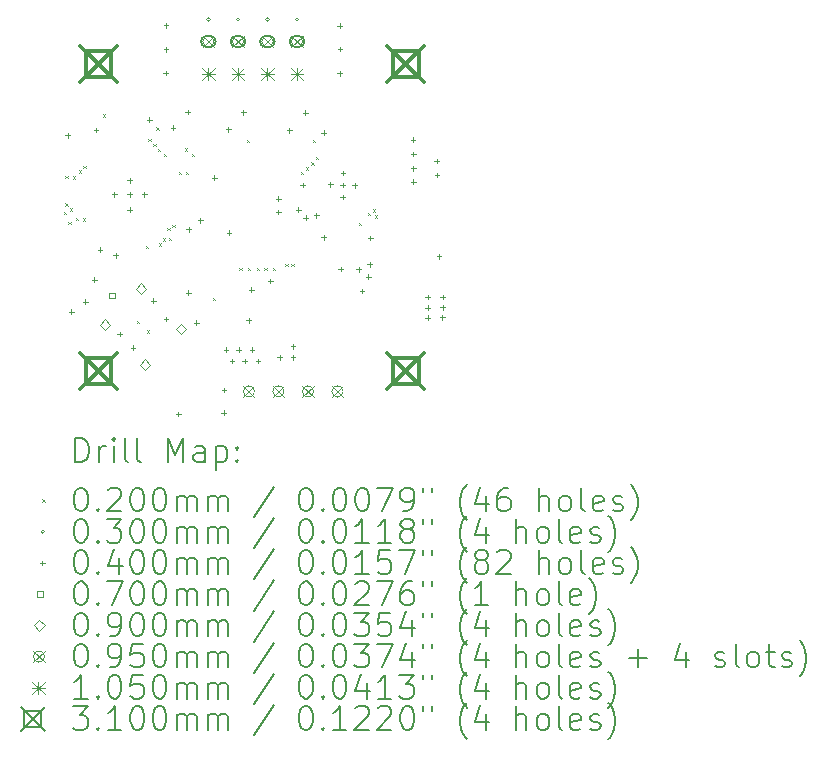
<source format=gbr>
%TF.GenerationSoftware,KiCad,Pcbnew,7.0.8*%
%TF.CreationDate,2023-10-22T08:36:05-04:00*%
%TF.ProjectId,lemon-pepper,6c656d6f-6e2d-4706-9570-7065722e6b69,rev?*%
%TF.SameCoordinates,Original*%
%TF.FileFunction,Drillmap*%
%TF.FilePolarity,Positive*%
%FSLAX45Y45*%
G04 Gerber Fmt 4.5, Leading zero omitted, Abs format (unit mm)*
G04 Created by KiCad (PCBNEW 7.0.8) date 2023-10-22 08:36:05*
%MOMM*%
%LPD*%
G01*
G04 APERTURE LIST*
%ADD10C,0.200000*%
%ADD11C,0.020000*%
%ADD12C,0.030000*%
%ADD13C,0.040000*%
%ADD14C,0.070000*%
%ADD15C,0.090002*%
%ADD16C,0.095000*%
%ADD17C,0.105000*%
%ADD18C,0.310000*%
G04 APERTURE END LIST*
D10*
D11*
X13037500Y-8647500D02*
X13057500Y-8667500D01*
X13057500Y-8647500D02*
X13037500Y-8667500D01*
X13047500Y-8577500D02*
X13067500Y-8597500D01*
X13067500Y-8577500D02*
X13047500Y-8597500D01*
X13048750Y-8346250D02*
X13068750Y-8366250D01*
X13068750Y-8346250D02*
X13048750Y-8366250D01*
X13075000Y-8735000D02*
X13095000Y-8755000D01*
X13095000Y-8735000D02*
X13075000Y-8755000D01*
X13085000Y-8620000D02*
X13105000Y-8640000D01*
X13105000Y-8620000D02*
X13085000Y-8640000D01*
X13112500Y-8347500D02*
X13132500Y-8367500D01*
X13132500Y-8347500D02*
X13112500Y-8367500D01*
X13135000Y-8702500D02*
X13155000Y-8722500D01*
X13155000Y-8702500D02*
X13135000Y-8722500D01*
X13165000Y-8297500D02*
X13185000Y-8317500D01*
X13185000Y-8297500D02*
X13165000Y-8317500D01*
X13197377Y-8704877D02*
X13217377Y-8724877D01*
X13217377Y-8704877D02*
X13197377Y-8724877D01*
X13202500Y-8257500D02*
X13222500Y-8277500D01*
X13222500Y-8257500D02*
X13202500Y-8277500D01*
X13367500Y-7822500D02*
X13387500Y-7842500D01*
X13387500Y-7822500D02*
X13367500Y-7842500D01*
X13655000Y-9572500D02*
X13675000Y-9592500D01*
X13675000Y-9572500D02*
X13655000Y-9592500D01*
X13730000Y-8935000D02*
X13750000Y-8955000D01*
X13750000Y-8935000D02*
X13730000Y-8955000D01*
X13740000Y-9652500D02*
X13760000Y-9672500D01*
X13760000Y-9652500D02*
X13740000Y-9672500D01*
X13750000Y-8032500D02*
X13770000Y-8052500D01*
X13770000Y-8032500D02*
X13750000Y-8052500D01*
X13795000Y-8072500D02*
X13815000Y-8092500D01*
X13815000Y-8072500D02*
X13795000Y-8092500D01*
X13820000Y-7932500D02*
X13840000Y-7952500D01*
X13840000Y-7932500D02*
X13820000Y-7952500D01*
X13830000Y-8115000D02*
X13850000Y-8135000D01*
X13850000Y-8115000D02*
X13830000Y-8135000D01*
X13842500Y-8917500D02*
X13862500Y-8937500D01*
X13862500Y-8917500D02*
X13842500Y-8937500D01*
X13875000Y-8872500D02*
X13895000Y-8892500D01*
X13895000Y-8872500D02*
X13875000Y-8892500D01*
X13885000Y-8160000D02*
X13905000Y-8180000D01*
X13905000Y-8160000D02*
X13885000Y-8180000D01*
X13911580Y-8787318D02*
X13931580Y-8807318D01*
X13931580Y-8787318D02*
X13911580Y-8807318D01*
X13927190Y-8867281D02*
X13947190Y-8887281D01*
X13947190Y-8867281D02*
X13927190Y-8887281D01*
X13955000Y-8757894D02*
X13975000Y-8777894D01*
X13975000Y-8757894D02*
X13955000Y-8777894D01*
X14007500Y-8312500D02*
X14027500Y-8332500D01*
X14027500Y-8312500D02*
X14007500Y-8332500D01*
X14060000Y-8112500D02*
X14080000Y-8132500D01*
X14080000Y-8112500D02*
X14060000Y-8132500D01*
X14070000Y-8312500D02*
X14090000Y-8332500D01*
X14090000Y-8312500D02*
X14070000Y-8332500D01*
X14117500Y-8160000D02*
X14137500Y-8180000D01*
X14137500Y-8160000D02*
X14117500Y-8180000D01*
X14300000Y-9380000D02*
X14320000Y-9400000D01*
X14320000Y-9380000D02*
X14300000Y-9400000D01*
X14522500Y-9125000D02*
X14542500Y-9145000D01*
X14542500Y-9125000D02*
X14522500Y-9145000D01*
X14587500Y-8040000D02*
X14607500Y-8060000D01*
X14607500Y-8040000D02*
X14587500Y-8060000D01*
X14595000Y-9122500D02*
X14615000Y-9142500D01*
X14615000Y-9122500D02*
X14595000Y-9142500D01*
X14667500Y-9125000D02*
X14687500Y-9145000D01*
X14687500Y-9125000D02*
X14667500Y-9145000D01*
X14735000Y-9125000D02*
X14755000Y-9145000D01*
X14755000Y-9125000D02*
X14735000Y-9145000D01*
X14805000Y-9125000D02*
X14825000Y-9145000D01*
X14825000Y-9125000D02*
X14805000Y-9145000D01*
X14910000Y-9087500D02*
X14930000Y-9107500D01*
X14930000Y-9087500D02*
X14910000Y-9107500D01*
X14962450Y-9087500D02*
X14982450Y-9107500D01*
X14982450Y-9087500D02*
X14962450Y-9107500D01*
X15042500Y-8312500D02*
X15062500Y-8332500D01*
X15062500Y-8312500D02*
X15042500Y-8332500D01*
X15085000Y-8272500D02*
X15105000Y-8292500D01*
X15105000Y-8272500D02*
X15085000Y-8292500D01*
X15132500Y-8230000D02*
X15152500Y-8250000D01*
X15152500Y-8230000D02*
X15132500Y-8250000D01*
X15142450Y-8037500D02*
X15162450Y-8057500D01*
X15162450Y-8037500D02*
X15142450Y-8057500D01*
X15170581Y-8183081D02*
X15190581Y-8203081D01*
X15190581Y-8183081D02*
X15170581Y-8203081D01*
X15535000Y-8745000D02*
X15555000Y-8765000D01*
X15555000Y-8745000D02*
X15535000Y-8765000D01*
X15607704Y-8658517D02*
X15627704Y-8678517D01*
X15627704Y-8658517D02*
X15607704Y-8678517D01*
X15650000Y-8627500D02*
X15670000Y-8647500D01*
X15670000Y-8627500D02*
X15650000Y-8647500D01*
X15670000Y-8680000D02*
X15690000Y-8700000D01*
X15690000Y-8680000D02*
X15670000Y-8700000D01*
D12*
X14275000Y-7020000D02*
G75*
G03*
X14275000Y-7020000I-15000J0D01*
G01*
X14525000Y-7020000D02*
G75*
G03*
X14525000Y-7020000I-15000J0D01*
G01*
X14775000Y-7020000D02*
G75*
G03*
X14775000Y-7020000I-15000J0D01*
G01*
X15025000Y-7020000D02*
G75*
G03*
X15025000Y-7020000I-15000J0D01*
G01*
D13*
X13070000Y-7982500D02*
X13070000Y-8022500D01*
X13050000Y-8002500D02*
X13090000Y-8002500D01*
X13100000Y-9475000D02*
X13100000Y-9515000D01*
X13080000Y-9495000D02*
X13120000Y-9495000D01*
X13217500Y-9390000D02*
X13217500Y-9430000D01*
X13197500Y-9410000D02*
X13237500Y-9410000D01*
X13295000Y-9202500D02*
X13295000Y-9242500D01*
X13275000Y-9222500D02*
X13315000Y-9222500D01*
X13307500Y-7937500D02*
X13307500Y-7977500D01*
X13287500Y-7957500D02*
X13327500Y-7957500D01*
X13342503Y-8950644D02*
X13342503Y-8990644D01*
X13322503Y-8970644D02*
X13362503Y-8970644D01*
X13465000Y-8480000D02*
X13465000Y-8520000D01*
X13445000Y-8500000D02*
X13485000Y-8500000D01*
X13476607Y-8998357D02*
X13476607Y-9038357D01*
X13456607Y-9018357D02*
X13496607Y-9018357D01*
X13507434Y-9664275D02*
X13507434Y-9704275D01*
X13487434Y-9684275D02*
X13527434Y-9684275D01*
X13592500Y-8362500D02*
X13592500Y-8402500D01*
X13572500Y-8382500D02*
X13612500Y-8382500D01*
X13592500Y-8482500D02*
X13592500Y-8522500D01*
X13572500Y-8502500D02*
X13612500Y-8502500D01*
X13592500Y-8610000D02*
X13592500Y-8650000D01*
X13572500Y-8630000D02*
X13612500Y-8630000D01*
X13622158Y-9779545D02*
X13622158Y-9819545D01*
X13602158Y-9799545D02*
X13642158Y-9799545D01*
X13717500Y-8480000D02*
X13717500Y-8520000D01*
X13697500Y-8500000D02*
X13737500Y-8500000D01*
X13760000Y-7850050D02*
X13760000Y-7890050D01*
X13740000Y-7870050D02*
X13780000Y-7870050D01*
X13792500Y-9382500D02*
X13792500Y-9422500D01*
X13772500Y-9402500D02*
X13812500Y-9402500D01*
X13897500Y-7455000D02*
X13897500Y-7495000D01*
X13877500Y-7475000D02*
X13917500Y-7475000D01*
X13900000Y-7050000D02*
X13900000Y-7090000D01*
X13880000Y-7070000D02*
X13920000Y-7070000D01*
X13900000Y-7255000D02*
X13900000Y-7295000D01*
X13880000Y-7275000D02*
X13920000Y-7275000D01*
X13902258Y-9536578D02*
X13902258Y-9576578D01*
X13882258Y-9556578D02*
X13922258Y-9556578D01*
X13960050Y-7917500D02*
X13960050Y-7957500D01*
X13940050Y-7937500D02*
X13980050Y-7937500D01*
X14005000Y-10340000D02*
X14005000Y-10380000D01*
X13985000Y-10360000D02*
X14025000Y-10360000D01*
X14085000Y-7783178D02*
X14085000Y-7823178D01*
X14065000Y-7803178D02*
X14105000Y-7803178D01*
X14090460Y-9315050D02*
X14090460Y-9355050D01*
X14070460Y-9335050D02*
X14110460Y-9335050D01*
X14092450Y-8777500D02*
X14092450Y-8817500D01*
X14072450Y-8797500D02*
X14112450Y-8797500D01*
X14157500Y-9567500D02*
X14157500Y-9607500D01*
X14137500Y-9587500D02*
X14177500Y-9587500D01*
X14191044Y-8700153D02*
X14191044Y-8740153D01*
X14171044Y-8720153D02*
X14211044Y-8720153D01*
X14310000Y-8340000D02*
X14310000Y-8380000D01*
X14290000Y-8360000D02*
X14330000Y-8360000D01*
X14390000Y-10330000D02*
X14390000Y-10370000D01*
X14370000Y-10350000D02*
X14410000Y-10350000D01*
X14392500Y-10137500D02*
X14392500Y-10177500D01*
X14372500Y-10157500D02*
X14412500Y-10157500D01*
X14410000Y-9797500D02*
X14410000Y-9837500D01*
X14390000Y-9817500D02*
X14430000Y-9817500D01*
X14430050Y-7930000D02*
X14430050Y-7970000D01*
X14410050Y-7950000D02*
X14450050Y-7950000D01*
X14435000Y-8807500D02*
X14435000Y-8847500D01*
X14415000Y-8827500D02*
X14455000Y-8827500D01*
X14460000Y-9892500D02*
X14460000Y-9932500D01*
X14440000Y-9912500D02*
X14480000Y-9912500D01*
X14517500Y-9797500D02*
X14517500Y-9837500D01*
X14497500Y-9817500D02*
X14537500Y-9817500D01*
X14555000Y-7788370D02*
X14555000Y-7828370D01*
X14535000Y-7808370D02*
X14575000Y-7808370D01*
X14567500Y-9892500D02*
X14567500Y-9932500D01*
X14547500Y-9912500D02*
X14587500Y-9912500D01*
X14600000Y-9547500D02*
X14600000Y-9587500D01*
X14580000Y-9567500D02*
X14620000Y-9567500D01*
X14622500Y-9287500D02*
X14622500Y-9327500D01*
X14602500Y-9307500D02*
X14642500Y-9307500D01*
X14630000Y-9797500D02*
X14630000Y-9837500D01*
X14610000Y-9817500D02*
X14650000Y-9817500D01*
X14680000Y-9892500D02*
X14680000Y-9932500D01*
X14660000Y-9912500D02*
X14700000Y-9912500D01*
X14785000Y-9215000D02*
X14785000Y-9255000D01*
X14765000Y-9235000D02*
X14805000Y-9235000D01*
X14852371Y-8629916D02*
X14852371Y-8669916D01*
X14832371Y-8649916D02*
X14872371Y-8649916D01*
X14852500Y-8517500D02*
X14852500Y-8557500D01*
X14832500Y-8537500D02*
X14872500Y-8537500D01*
X14862500Y-9862500D02*
X14862500Y-9902500D01*
X14842500Y-9882500D02*
X14882500Y-9882500D01*
X14945000Y-7938701D02*
X14945000Y-7978701D01*
X14925000Y-7958701D02*
X14965000Y-7958701D01*
X14977500Y-9767500D02*
X14977500Y-9807500D01*
X14957500Y-9787500D02*
X14997500Y-9787500D01*
X14977500Y-9860000D02*
X14977500Y-9900000D01*
X14957500Y-9880000D02*
X14997500Y-9880000D01*
X15020000Y-8612500D02*
X15020000Y-8652500D01*
X15000000Y-8632500D02*
X15040000Y-8632500D01*
X15057500Y-8402500D02*
X15057500Y-8442500D01*
X15037500Y-8422500D02*
X15077500Y-8422500D01*
X15080000Y-7790000D02*
X15080000Y-7830000D01*
X15060000Y-7810000D02*
X15100000Y-7810000D01*
X15085000Y-8677500D02*
X15085000Y-8717500D01*
X15065000Y-8697500D02*
X15105000Y-8697500D01*
X15175000Y-8660000D02*
X15175000Y-8700000D01*
X15155000Y-8680000D02*
X15195000Y-8680000D01*
X15237500Y-7960000D02*
X15237500Y-8000000D01*
X15217500Y-7980000D02*
X15257500Y-7980000D01*
X15237500Y-8845000D02*
X15237500Y-8885000D01*
X15217500Y-8865000D02*
X15257500Y-8865000D01*
X15292500Y-8397500D02*
X15292500Y-8437500D01*
X15272500Y-8417500D02*
X15312500Y-8417500D01*
X15372500Y-7052500D02*
X15372500Y-7092500D01*
X15352500Y-7072500D02*
X15392500Y-7072500D01*
X15372500Y-7457500D02*
X15372500Y-7497500D01*
X15352500Y-7477500D02*
X15392500Y-7477500D01*
X15375000Y-7250000D02*
X15375000Y-7290000D01*
X15355000Y-7270000D02*
X15395000Y-7270000D01*
X15380000Y-9112500D02*
X15380000Y-9152500D01*
X15360000Y-9132500D02*
X15400000Y-9132500D01*
X15397500Y-8402500D02*
X15397500Y-8442500D01*
X15377500Y-8422500D02*
X15417500Y-8422500D01*
X15397500Y-8505000D02*
X15397500Y-8545000D01*
X15377500Y-8525000D02*
X15417500Y-8525000D01*
X15400000Y-8300000D02*
X15400000Y-8340000D01*
X15380000Y-8320000D02*
X15420000Y-8320000D01*
X15497500Y-8405000D02*
X15497500Y-8445000D01*
X15477500Y-8425000D02*
X15517500Y-8425000D01*
X15532500Y-9115000D02*
X15532500Y-9155000D01*
X15512500Y-9135000D02*
X15552500Y-9135000D01*
X15560000Y-9300000D02*
X15560000Y-9340000D01*
X15540000Y-9320000D02*
X15580000Y-9320000D01*
X15615000Y-9177500D02*
X15615000Y-9217500D01*
X15595000Y-9197500D02*
X15635000Y-9197500D01*
X15625000Y-9075000D02*
X15625000Y-9115000D01*
X15605000Y-9095000D02*
X15645000Y-9095000D01*
X15630000Y-8850000D02*
X15630000Y-8890000D01*
X15610000Y-8870000D02*
X15650000Y-8870000D01*
X15992500Y-8017500D02*
X15992500Y-8057500D01*
X15972500Y-8037500D02*
X16012500Y-8037500D01*
X15995000Y-8140000D02*
X15995000Y-8180000D01*
X15975000Y-8160000D02*
X16015000Y-8160000D01*
X15995000Y-8260000D02*
X15995000Y-8300000D01*
X15975000Y-8280000D02*
X16015000Y-8280000D01*
X15995000Y-8375000D02*
X15995000Y-8415000D01*
X15975000Y-8395000D02*
X16015000Y-8395000D01*
X16117500Y-9350000D02*
X16117500Y-9390000D01*
X16097500Y-9370000D02*
X16137500Y-9370000D01*
X16117500Y-9440000D02*
X16117500Y-9480000D01*
X16097500Y-9460000D02*
X16137500Y-9460000D01*
X16117500Y-9525000D02*
X16117500Y-9565000D01*
X16097500Y-9545000D02*
X16137500Y-9545000D01*
X16192500Y-8200000D02*
X16192500Y-8240000D01*
X16172500Y-8220000D02*
X16212500Y-8220000D01*
X16195000Y-8317500D02*
X16195000Y-8357500D01*
X16175000Y-8337500D02*
X16215000Y-8337500D01*
X16212500Y-9005000D02*
X16212500Y-9045000D01*
X16192500Y-9025000D02*
X16232500Y-9025000D01*
X16240000Y-9522500D02*
X16240000Y-9562500D01*
X16220000Y-9542500D02*
X16260000Y-9542500D01*
X16242500Y-9350000D02*
X16242500Y-9390000D01*
X16222500Y-9370000D02*
X16262500Y-9370000D01*
X16242500Y-9437500D02*
X16242500Y-9477500D01*
X16222500Y-9457500D02*
X16262500Y-9457500D01*
D14*
X13465612Y-9382147D02*
X13465612Y-9332649D01*
X13416114Y-9332649D01*
X13416114Y-9382147D01*
X13465612Y-9382147D01*
D15*
X13384295Y-9649886D02*
X13429296Y-9604885D01*
X13384295Y-9559884D01*
X13339294Y-9604885D01*
X13384295Y-9649886D01*
X13688351Y-9345831D02*
X13733352Y-9300829D01*
X13688351Y-9255828D01*
X13643349Y-9300829D01*
X13688351Y-9345831D01*
X13723706Y-9989298D02*
X13768707Y-9944297D01*
X13723706Y-9899295D01*
X13678705Y-9944297D01*
X13723706Y-9989298D01*
X14027762Y-9685242D02*
X14072763Y-9640241D01*
X14027762Y-9595239D01*
X13982761Y-9640241D01*
X14027762Y-9685242D01*
D16*
X14212500Y-7160000D02*
X14307500Y-7255000D01*
X14307500Y-7160000D02*
X14212500Y-7255000D01*
X14307500Y-7207500D02*
G75*
G03*
X14307500Y-7207500I-47500J0D01*
G01*
D10*
X14245000Y-7255000D02*
X14275000Y-7255000D01*
X14275000Y-7255000D02*
G75*
G03*
X14275000Y-7160000I0J47500D01*
G01*
X14275000Y-7160000D02*
X14245000Y-7160000D01*
X14245000Y-7160000D02*
G75*
G03*
X14245000Y-7255000I0J-47500D01*
G01*
D16*
X14462500Y-7160000D02*
X14557500Y-7255000D01*
X14557500Y-7160000D02*
X14462500Y-7255000D01*
X14557500Y-7207500D02*
G75*
G03*
X14557500Y-7207500I-47500J0D01*
G01*
D10*
X14495000Y-7255000D02*
X14525000Y-7255000D01*
X14525000Y-7255000D02*
G75*
G03*
X14525000Y-7160000I0J47500D01*
G01*
X14525000Y-7160000D02*
X14495000Y-7160000D01*
X14495000Y-7160000D02*
G75*
G03*
X14495000Y-7255000I0J-47500D01*
G01*
D16*
X14555000Y-10122500D02*
X14650000Y-10217500D01*
X14650000Y-10122500D02*
X14555000Y-10217500D01*
X14650000Y-10170000D02*
G75*
G03*
X14650000Y-10170000I-47500J0D01*
G01*
X14712500Y-7160000D02*
X14807500Y-7255000D01*
X14807500Y-7160000D02*
X14712500Y-7255000D01*
X14807500Y-7207500D02*
G75*
G03*
X14807500Y-7207500I-47500J0D01*
G01*
D10*
X14745000Y-7255000D02*
X14775000Y-7255000D01*
X14775000Y-7255000D02*
G75*
G03*
X14775000Y-7160000I0J47500D01*
G01*
X14775000Y-7160000D02*
X14745000Y-7160000D01*
X14745000Y-7160000D02*
G75*
G03*
X14745000Y-7255000I0J-47500D01*
G01*
D16*
X14805000Y-10122500D02*
X14900000Y-10217500D01*
X14900000Y-10122500D02*
X14805000Y-10217500D01*
X14900000Y-10170000D02*
G75*
G03*
X14900000Y-10170000I-47500J0D01*
G01*
X14962500Y-7160000D02*
X15057500Y-7255000D01*
X15057500Y-7160000D02*
X14962500Y-7255000D01*
X15057500Y-7207500D02*
G75*
G03*
X15057500Y-7207500I-47500J0D01*
G01*
D10*
X14995000Y-7255000D02*
X15025000Y-7255000D01*
X15025000Y-7255000D02*
G75*
G03*
X15025000Y-7160000I0J47500D01*
G01*
X15025000Y-7160000D02*
X14995000Y-7160000D01*
X14995000Y-7160000D02*
G75*
G03*
X14995000Y-7255000I0J-47500D01*
G01*
D16*
X15055000Y-10122500D02*
X15150000Y-10217500D01*
X15150000Y-10122500D02*
X15055000Y-10217500D01*
X15150000Y-10170000D02*
G75*
G03*
X15150000Y-10170000I-47500J0D01*
G01*
X15305000Y-10122500D02*
X15400000Y-10217500D01*
X15400000Y-10122500D02*
X15305000Y-10217500D01*
X15400000Y-10170000D02*
G75*
G03*
X15400000Y-10170000I-47500J0D01*
G01*
D17*
X14207500Y-7430000D02*
X14312500Y-7535000D01*
X14312500Y-7430000D02*
X14207500Y-7535000D01*
X14260000Y-7430000D02*
X14260000Y-7535000D01*
X14207500Y-7482500D02*
X14312500Y-7482500D01*
X14457500Y-7430000D02*
X14562500Y-7535000D01*
X14562500Y-7430000D02*
X14457500Y-7535000D01*
X14510000Y-7430000D02*
X14510000Y-7535000D01*
X14457500Y-7482500D02*
X14562500Y-7482500D01*
X14707500Y-7430000D02*
X14812500Y-7535000D01*
X14812500Y-7430000D02*
X14707500Y-7535000D01*
X14760000Y-7430000D02*
X14760000Y-7535000D01*
X14707500Y-7482500D02*
X14812500Y-7482500D01*
X14957500Y-7430000D02*
X15062500Y-7535000D01*
X15062500Y-7430000D02*
X14957500Y-7535000D01*
X15010000Y-7430000D02*
X15010000Y-7535000D01*
X14957500Y-7482500D02*
X15062500Y-7482500D01*
D18*
X13175000Y-7242500D02*
X13485000Y-7552500D01*
X13485000Y-7242500D02*
X13175000Y-7552500D01*
X13439603Y-7507103D02*
X13439603Y-7287897D01*
X13220397Y-7287897D01*
X13220397Y-7507103D01*
X13439603Y-7507103D01*
X13175000Y-9842500D02*
X13485000Y-10152500D01*
X13485000Y-9842500D02*
X13175000Y-10152500D01*
X13439603Y-10107103D02*
X13439603Y-9887897D01*
X13220397Y-9887897D01*
X13220397Y-10107103D01*
X13439603Y-10107103D01*
X15775000Y-7242500D02*
X16085000Y-7552500D01*
X16085000Y-7242500D02*
X15775000Y-7552500D01*
X16039603Y-7507103D02*
X16039603Y-7287897D01*
X15820397Y-7287897D01*
X15820397Y-7507103D01*
X16039603Y-7507103D01*
X15775000Y-9842500D02*
X16085000Y-10152500D01*
X16085000Y-9842500D02*
X15775000Y-10152500D01*
X16039603Y-10107103D02*
X16039603Y-9887897D01*
X15820397Y-9887897D01*
X15820397Y-10107103D01*
X16039603Y-10107103D01*
D10*
X13133277Y-10766484D02*
X13133277Y-10566484D01*
X13133277Y-10566484D02*
X13180896Y-10566484D01*
X13180896Y-10566484D02*
X13209467Y-10576008D01*
X13209467Y-10576008D02*
X13228515Y-10595055D01*
X13228515Y-10595055D02*
X13238039Y-10614103D01*
X13238039Y-10614103D02*
X13247562Y-10652198D01*
X13247562Y-10652198D02*
X13247562Y-10680770D01*
X13247562Y-10680770D02*
X13238039Y-10718865D01*
X13238039Y-10718865D02*
X13228515Y-10737912D01*
X13228515Y-10737912D02*
X13209467Y-10756960D01*
X13209467Y-10756960D02*
X13180896Y-10766484D01*
X13180896Y-10766484D02*
X13133277Y-10766484D01*
X13333277Y-10766484D02*
X13333277Y-10633150D01*
X13333277Y-10671246D02*
X13342801Y-10652198D01*
X13342801Y-10652198D02*
X13352324Y-10642674D01*
X13352324Y-10642674D02*
X13371372Y-10633150D01*
X13371372Y-10633150D02*
X13390420Y-10633150D01*
X13457086Y-10766484D02*
X13457086Y-10633150D01*
X13457086Y-10566484D02*
X13447562Y-10576008D01*
X13447562Y-10576008D02*
X13457086Y-10585531D01*
X13457086Y-10585531D02*
X13466610Y-10576008D01*
X13466610Y-10576008D02*
X13457086Y-10566484D01*
X13457086Y-10566484D02*
X13457086Y-10585531D01*
X13580896Y-10766484D02*
X13561848Y-10756960D01*
X13561848Y-10756960D02*
X13552324Y-10737912D01*
X13552324Y-10737912D02*
X13552324Y-10566484D01*
X13685658Y-10766484D02*
X13666610Y-10756960D01*
X13666610Y-10756960D02*
X13657086Y-10737912D01*
X13657086Y-10737912D02*
X13657086Y-10566484D01*
X13914229Y-10766484D02*
X13914229Y-10566484D01*
X13914229Y-10566484D02*
X13980896Y-10709341D01*
X13980896Y-10709341D02*
X14047562Y-10566484D01*
X14047562Y-10566484D02*
X14047562Y-10766484D01*
X14228515Y-10766484D02*
X14228515Y-10661722D01*
X14228515Y-10661722D02*
X14218991Y-10642674D01*
X14218991Y-10642674D02*
X14199943Y-10633150D01*
X14199943Y-10633150D02*
X14161848Y-10633150D01*
X14161848Y-10633150D02*
X14142801Y-10642674D01*
X14228515Y-10756960D02*
X14209467Y-10766484D01*
X14209467Y-10766484D02*
X14161848Y-10766484D01*
X14161848Y-10766484D02*
X14142801Y-10756960D01*
X14142801Y-10756960D02*
X14133277Y-10737912D01*
X14133277Y-10737912D02*
X14133277Y-10718865D01*
X14133277Y-10718865D02*
X14142801Y-10699817D01*
X14142801Y-10699817D02*
X14161848Y-10690293D01*
X14161848Y-10690293D02*
X14209467Y-10690293D01*
X14209467Y-10690293D02*
X14228515Y-10680770D01*
X14323753Y-10633150D02*
X14323753Y-10833150D01*
X14323753Y-10642674D02*
X14342801Y-10633150D01*
X14342801Y-10633150D02*
X14380896Y-10633150D01*
X14380896Y-10633150D02*
X14399943Y-10642674D01*
X14399943Y-10642674D02*
X14409467Y-10652198D01*
X14409467Y-10652198D02*
X14418991Y-10671246D01*
X14418991Y-10671246D02*
X14418991Y-10728389D01*
X14418991Y-10728389D02*
X14409467Y-10747436D01*
X14409467Y-10747436D02*
X14399943Y-10756960D01*
X14399943Y-10756960D02*
X14380896Y-10766484D01*
X14380896Y-10766484D02*
X14342801Y-10766484D01*
X14342801Y-10766484D02*
X14323753Y-10756960D01*
X14504705Y-10747436D02*
X14514229Y-10756960D01*
X14514229Y-10756960D02*
X14504705Y-10766484D01*
X14504705Y-10766484D02*
X14495182Y-10756960D01*
X14495182Y-10756960D02*
X14504705Y-10747436D01*
X14504705Y-10747436D02*
X14504705Y-10766484D01*
X14504705Y-10642674D02*
X14514229Y-10652198D01*
X14514229Y-10652198D02*
X14504705Y-10661722D01*
X14504705Y-10661722D02*
X14495182Y-10652198D01*
X14495182Y-10652198D02*
X14504705Y-10642674D01*
X14504705Y-10642674D02*
X14504705Y-10661722D01*
D11*
X12852500Y-11085000D02*
X12872500Y-11105000D01*
X12872500Y-11085000D02*
X12852500Y-11105000D01*
D10*
X13171372Y-10986484D02*
X13190420Y-10986484D01*
X13190420Y-10986484D02*
X13209467Y-10996008D01*
X13209467Y-10996008D02*
X13218991Y-11005531D01*
X13218991Y-11005531D02*
X13228515Y-11024579D01*
X13228515Y-11024579D02*
X13238039Y-11062674D01*
X13238039Y-11062674D02*
X13238039Y-11110293D01*
X13238039Y-11110293D02*
X13228515Y-11148389D01*
X13228515Y-11148389D02*
X13218991Y-11167436D01*
X13218991Y-11167436D02*
X13209467Y-11176960D01*
X13209467Y-11176960D02*
X13190420Y-11186484D01*
X13190420Y-11186484D02*
X13171372Y-11186484D01*
X13171372Y-11186484D02*
X13152324Y-11176960D01*
X13152324Y-11176960D02*
X13142801Y-11167436D01*
X13142801Y-11167436D02*
X13133277Y-11148389D01*
X13133277Y-11148389D02*
X13123753Y-11110293D01*
X13123753Y-11110293D02*
X13123753Y-11062674D01*
X13123753Y-11062674D02*
X13133277Y-11024579D01*
X13133277Y-11024579D02*
X13142801Y-11005531D01*
X13142801Y-11005531D02*
X13152324Y-10996008D01*
X13152324Y-10996008D02*
X13171372Y-10986484D01*
X13323753Y-11167436D02*
X13333277Y-11176960D01*
X13333277Y-11176960D02*
X13323753Y-11186484D01*
X13323753Y-11186484D02*
X13314229Y-11176960D01*
X13314229Y-11176960D02*
X13323753Y-11167436D01*
X13323753Y-11167436D02*
X13323753Y-11186484D01*
X13409467Y-11005531D02*
X13418991Y-10996008D01*
X13418991Y-10996008D02*
X13438039Y-10986484D01*
X13438039Y-10986484D02*
X13485658Y-10986484D01*
X13485658Y-10986484D02*
X13504705Y-10996008D01*
X13504705Y-10996008D02*
X13514229Y-11005531D01*
X13514229Y-11005531D02*
X13523753Y-11024579D01*
X13523753Y-11024579D02*
X13523753Y-11043627D01*
X13523753Y-11043627D02*
X13514229Y-11072198D01*
X13514229Y-11072198D02*
X13399943Y-11186484D01*
X13399943Y-11186484D02*
X13523753Y-11186484D01*
X13647562Y-10986484D02*
X13666610Y-10986484D01*
X13666610Y-10986484D02*
X13685658Y-10996008D01*
X13685658Y-10996008D02*
X13695182Y-11005531D01*
X13695182Y-11005531D02*
X13704705Y-11024579D01*
X13704705Y-11024579D02*
X13714229Y-11062674D01*
X13714229Y-11062674D02*
X13714229Y-11110293D01*
X13714229Y-11110293D02*
X13704705Y-11148389D01*
X13704705Y-11148389D02*
X13695182Y-11167436D01*
X13695182Y-11167436D02*
X13685658Y-11176960D01*
X13685658Y-11176960D02*
X13666610Y-11186484D01*
X13666610Y-11186484D02*
X13647562Y-11186484D01*
X13647562Y-11186484D02*
X13628515Y-11176960D01*
X13628515Y-11176960D02*
X13618991Y-11167436D01*
X13618991Y-11167436D02*
X13609467Y-11148389D01*
X13609467Y-11148389D02*
X13599943Y-11110293D01*
X13599943Y-11110293D02*
X13599943Y-11062674D01*
X13599943Y-11062674D02*
X13609467Y-11024579D01*
X13609467Y-11024579D02*
X13618991Y-11005531D01*
X13618991Y-11005531D02*
X13628515Y-10996008D01*
X13628515Y-10996008D02*
X13647562Y-10986484D01*
X13838039Y-10986484D02*
X13857086Y-10986484D01*
X13857086Y-10986484D02*
X13876134Y-10996008D01*
X13876134Y-10996008D02*
X13885658Y-11005531D01*
X13885658Y-11005531D02*
X13895182Y-11024579D01*
X13895182Y-11024579D02*
X13904705Y-11062674D01*
X13904705Y-11062674D02*
X13904705Y-11110293D01*
X13904705Y-11110293D02*
X13895182Y-11148389D01*
X13895182Y-11148389D02*
X13885658Y-11167436D01*
X13885658Y-11167436D02*
X13876134Y-11176960D01*
X13876134Y-11176960D02*
X13857086Y-11186484D01*
X13857086Y-11186484D02*
X13838039Y-11186484D01*
X13838039Y-11186484D02*
X13818991Y-11176960D01*
X13818991Y-11176960D02*
X13809467Y-11167436D01*
X13809467Y-11167436D02*
X13799943Y-11148389D01*
X13799943Y-11148389D02*
X13790420Y-11110293D01*
X13790420Y-11110293D02*
X13790420Y-11062674D01*
X13790420Y-11062674D02*
X13799943Y-11024579D01*
X13799943Y-11024579D02*
X13809467Y-11005531D01*
X13809467Y-11005531D02*
X13818991Y-10996008D01*
X13818991Y-10996008D02*
X13838039Y-10986484D01*
X13990420Y-11186484D02*
X13990420Y-11053150D01*
X13990420Y-11072198D02*
X13999943Y-11062674D01*
X13999943Y-11062674D02*
X14018991Y-11053150D01*
X14018991Y-11053150D02*
X14047563Y-11053150D01*
X14047563Y-11053150D02*
X14066610Y-11062674D01*
X14066610Y-11062674D02*
X14076134Y-11081722D01*
X14076134Y-11081722D02*
X14076134Y-11186484D01*
X14076134Y-11081722D02*
X14085658Y-11062674D01*
X14085658Y-11062674D02*
X14104705Y-11053150D01*
X14104705Y-11053150D02*
X14133277Y-11053150D01*
X14133277Y-11053150D02*
X14152324Y-11062674D01*
X14152324Y-11062674D02*
X14161848Y-11081722D01*
X14161848Y-11081722D02*
X14161848Y-11186484D01*
X14257086Y-11186484D02*
X14257086Y-11053150D01*
X14257086Y-11072198D02*
X14266610Y-11062674D01*
X14266610Y-11062674D02*
X14285658Y-11053150D01*
X14285658Y-11053150D02*
X14314229Y-11053150D01*
X14314229Y-11053150D02*
X14333277Y-11062674D01*
X14333277Y-11062674D02*
X14342801Y-11081722D01*
X14342801Y-11081722D02*
X14342801Y-11186484D01*
X14342801Y-11081722D02*
X14352324Y-11062674D01*
X14352324Y-11062674D02*
X14371372Y-11053150D01*
X14371372Y-11053150D02*
X14399943Y-11053150D01*
X14399943Y-11053150D02*
X14418991Y-11062674D01*
X14418991Y-11062674D02*
X14428515Y-11081722D01*
X14428515Y-11081722D02*
X14428515Y-11186484D01*
X14818991Y-10976960D02*
X14647563Y-11234103D01*
X15076134Y-10986484D02*
X15095182Y-10986484D01*
X15095182Y-10986484D02*
X15114229Y-10996008D01*
X15114229Y-10996008D02*
X15123753Y-11005531D01*
X15123753Y-11005531D02*
X15133277Y-11024579D01*
X15133277Y-11024579D02*
X15142801Y-11062674D01*
X15142801Y-11062674D02*
X15142801Y-11110293D01*
X15142801Y-11110293D02*
X15133277Y-11148389D01*
X15133277Y-11148389D02*
X15123753Y-11167436D01*
X15123753Y-11167436D02*
X15114229Y-11176960D01*
X15114229Y-11176960D02*
X15095182Y-11186484D01*
X15095182Y-11186484D02*
X15076134Y-11186484D01*
X15076134Y-11186484D02*
X15057086Y-11176960D01*
X15057086Y-11176960D02*
X15047563Y-11167436D01*
X15047563Y-11167436D02*
X15038039Y-11148389D01*
X15038039Y-11148389D02*
X15028515Y-11110293D01*
X15028515Y-11110293D02*
X15028515Y-11062674D01*
X15028515Y-11062674D02*
X15038039Y-11024579D01*
X15038039Y-11024579D02*
X15047563Y-11005531D01*
X15047563Y-11005531D02*
X15057086Y-10996008D01*
X15057086Y-10996008D02*
X15076134Y-10986484D01*
X15228515Y-11167436D02*
X15238039Y-11176960D01*
X15238039Y-11176960D02*
X15228515Y-11186484D01*
X15228515Y-11186484D02*
X15218991Y-11176960D01*
X15218991Y-11176960D02*
X15228515Y-11167436D01*
X15228515Y-11167436D02*
X15228515Y-11186484D01*
X15361848Y-10986484D02*
X15380896Y-10986484D01*
X15380896Y-10986484D02*
X15399944Y-10996008D01*
X15399944Y-10996008D02*
X15409467Y-11005531D01*
X15409467Y-11005531D02*
X15418991Y-11024579D01*
X15418991Y-11024579D02*
X15428515Y-11062674D01*
X15428515Y-11062674D02*
X15428515Y-11110293D01*
X15428515Y-11110293D02*
X15418991Y-11148389D01*
X15418991Y-11148389D02*
X15409467Y-11167436D01*
X15409467Y-11167436D02*
X15399944Y-11176960D01*
X15399944Y-11176960D02*
X15380896Y-11186484D01*
X15380896Y-11186484D02*
X15361848Y-11186484D01*
X15361848Y-11186484D02*
X15342801Y-11176960D01*
X15342801Y-11176960D02*
X15333277Y-11167436D01*
X15333277Y-11167436D02*
X15323753Y-11148389D01*
X15323753Y-11148389D02*
X15314229Y-11110293D01*
X15314229Y-11110293D02*
X15314229Y-11062674D01*
X15314229Y-11062674D02*
X15323753Y-11024579D01*
X15323753Y-11024579D02*
X15333277Y-11005531D01*
X15333277Y-11005531D02*
X15342801Y-10996008D01*
X15342801Y-10996008D02*
X15361848Y-10986484D01*
X15552325Y-10986484D02*
X15571372Y-10986484D01*
X15571372Y-10986484D02*
X15590420Y-10996008D01*
X15590420Y-10996008D02*
X15599944Y-11005531D01*
X15599944Y-11005531D02*
X15609467Y-11024579D01*
X15609467Y-11024579D02*
X15618991Y-11062674D01*
X15618991Y-11062674D02*
X15618991Y-11110293D01*
X15618991Y-11110293D02*
X15609467Y-11148389D01*
X15609467Y-11148389D02*
X15599944Y-11167436D01*
X15599944Y-11167436D02*
X15590420Y-11176960D01*
X15590420Y-11176960D02*
X15571372Y-11186484D01*
X15571372Y-11186484D02*
X15552325Y-11186484D01*
X15552325Y-11186484D02*
X15533277Y-11176960D01*
X15533277Y-11176960D02*
X15523753Y-11167436D01*
X15523753Y-11167436D02*
X15514229Y-11148389D01*
X15514229Y-11148389D02*
X15504706Y-11110293D01*
X15504706Y-11110293D02*
X15504706Y-11062674D01*
X15504706Y-11062674D02*
X15514229Y-11024579D01*
X15514229Y-11024579D02*
X15523753Y-11005531D01*
X15523753Y-11005531D02*
X15533277Y-10996008D01*
X15533277Y-10996008D02*
X15552325Y-10986484D01*
X15685658Y-10986484D02*
X15818991Y-10986484D01*
X15818991Y-10986484D02*
X15733277Y-11186484D01*
X15904706Y-11186484D02*
X15942801Y-11186484D01*
X15942801Y-11186484D02*
X15961848Y-11176960D01*
X15961848Y-11176960D02*
X15971372Y-11167436D01*
X15971372Y-11167436D02*
X15990420Y-11138865D01*
X15990420Y-11138865D02*
X15999944Y-11100770D01*
X15999944Y-11100770D02*
X15999944Y-11024579D01*
X15999944Y-11024579D02*
X15990420Y-11005531D01*
X15990420Y-11005531D02*
X15980896Y-10996008D01*
X15980896Y-10996008D02*
X15961848Y-10986484D01*
X15961848Y-10986484D02*
X15923753Y-10986484D01*
X15923753Y-10986484D02*
X15904706Y-10996008D01*
X15904706Y-10996008D02*
X15895182Y-11005531D01*
X15895182Y-11005531D02*
X15885658Y-11024579D01*
X15885658Y-11024579D02*
X15885658Y-11072198D01*
X15885658Y-11072198D02*
X15895182Y-11091246D01*
X15895182Y-11091246D02*
X15904706Y-11100770D01*
X15904706Y-11100770D02*
X15923753Y-11110293D01*
X15923753Y-11110293D02*
X15961848Y-11110293D01*
X15961848Y-11110293D02*
X15980896Y-11100770D01*
X15980896Y-11100770D02*
X15990420Y-11091246D01*
X15990420Y-11091246D02*
X15999944Y-11072198D01*
X16076134Y-10986484D02*
X16076134Y-11024579D01*
X16152325Y-10986484D02*
X16152325Y-11024579D01*
X16447563Y-11262674D02*
X16438039Y-11253150D01*
X16438039Y-11253150D02*
X16418991Y-11224579D01*
X16418991Y-11224579D02*
X16409468Y-11205531D01*
X16409468Y-11205531D02*
X16399944Y-11176960D01*
X16399944Y-11176960D02*
X16390420Y-11129341D01*
X16390420Y-11129341D02*
X16390420Y-11091246D01*
X16390420Y-11091246D02*
X16399944Y-11043627D01*
X16399944Y-11043627D02*
X16409468Y-11015055D01*
X16409468Y-11015055D02*
X16418991Y-10996008D01*
X16418991Y-10996008D02*
X16438039Y-10967436D01*
X16438039Y-10967436D02*
X16447563Y-10957912D01*
X16609468Y-11053150D02*
X16609468Y-11186484D01*
X16561848Y-10976960D02*
X16514229Y-11119817D01*
X16514229Y-11119817D02*
X16638039Y-11119817D01*
X16799944Y-10986484D02*
X16761848Y-10986484D01*
X16761848Y-10986484D02*
X16742801Y-10996008D01*
X16742801Y-10996008D02*
X16733277Y-11005531D01*
X16733277Y-11005531D02*
X16714229Y-11034103D01*
X16714229Y-11034103D02*
X16704706Y-11072198D01*
X16704706Y-11072198D02*
X16704706Y-11148389D01*
X16704706Y-11148389D02*
X16714229Y-11167436D01*
X16714229Y-11167436D02*
X16723753Y-11176960D01*
X16723753Y-11176960D02*
X16742801Y-11186484D01*
X16742801Y-11186484D02*
X16780896Y-11186484D01*
X16780896Y-11186484D02*
X16799944Y-11176960D01*
X16799944Y-11176960D02*
X16809468Y-11167436D01*
X16809468Y-11167436D02*
X16818991Y-11148389D01*
X16818991Y-11148389D02*
X16818991Y-11100770D01*
X16818991Y-11100770D02*
X16809468Y-11081722D01*
X16809468Y-11081722D02*
X16799944Y-11072198D01*
X16799944Y-11072198D02*
X16780896Y-11062674D01*
X16780896Y-11062674D02*
X16742801Y-11062674D01*
X16742801Y-11062674D02*
X16723753Y-11072198D01*
X16723753Y-11072198D02*
X16714229Y-11081722D01*
X16714229Y-11081722D02*
X16704706Y-11100770D01*
X17057087Y-11186484D02*
X17057087Y-10986484D01*
X17142801Y-11186484D02*
X17142801Y-11081722D01*
X17142801Y-11081722D02*
X17133277Y-11062674D01*
X17133277Y-11062674D02*
X17114230Y-11053150D01*
X17114230Y-11053150D02*
X17085658Y-11053150D01*
X17085658Y-11053150D02*
X17066611Y-11062674D01*
X17066611Y-11062674D02*
X17057087Y-11072198D01*
X17266611Y-11186484D02*
X17247563Y-11176960D01*
X17247563Y-11176960D02*
X17238039Y-11167436D01*
X17238039Y-11167436D02*
X17228515Y-11148389D01*
X17228515Y-11148389D02*
X17228515Y-11091246D01*
X17228515Y-11091246D02*
X17238039Y-11072198D01*
X17238039Y-11072198D02*
X17247563Y-11062674D01*
X17247563Y-11062674D02*
X17266611Y-11053150D01*
X17266611Y-11053150D02*
X17295182Y-11053150D01*
X17295182Y-11053150D02*
X17314230Y-11062674D01*
X17314230Y-11062674D02*
X17323753Y-11072198D01*
X17323753Y-11072198D02*
X17333277Y-11091246D01*
X17333277Y-11091246D02*
X17333277Y-11148389D01*
X17333277Y-11148389D02*
X17323753Y-11167436D01*
X17323753Y-11167436D02*
X17314230Y-11176960D01*
X17314230Y-11176960D02*
X17295182Y-11186484D01*
X17295182Y-11186484D02*
X17266611Y-11186484D01*
X17447563Y-11186484D02*
X17428515Y-11176960D01*
X17428515Y-11176960D02*
X17418992Y-11157912D01*
X17418992Y-11157912D02*
X17418992Y-10986484D01*
X17599944Y-11176960D02*
X17580896Y-11186484D01*
X17580896Y-11186484D02*
X17542801Y-11186484D01*
X17542801Y-11186484D02*
X17523753Y-11176960D01*
X17523753Y-11176960D02*
X17514230Y-11157912D01*
X17514230Y-11157912D02*
X17514230Y-11081722D01*
X17514230Y-11081722D02*
X17523753Y-11062674D01*
X17523753Y-11062674D02*
X17542801Y-11053150D01*
X17542801Y-11053150D02*
X17580896Y-11053150D01*
X17580896Y-11053150D02*
X17599944Y-11062674D01*
X17599944Y-11062674D02*
X17609468Y-11081722D01*
X17609468Y-11081722D02*
X17609468Y-11100770D01*
X17609468Y-11100770D02*
X17514230Y-11119817D01*
X17685658Y-11176960D02*
X17704706Y-11186484D01*
X17704706Y-11186484D02*
X17742801Y-11186484D01*
X17742801Y-11186484D02*
X17761849Y-11176960D01*
X17761849Y-11176960D02*
X17771373Y-11157912D01*
X17771373Y-11157912D02*
X17771373Y-11148389D01*
X17771373Y-11148389D02*
X17761849Y-11129341D01*
X17761849Y-11129341D02*
X17742801Y-11119817D01*
X17742801Y-11119817D02*
X17714230Y-11119817D01*
X17714230Y-11119817D02*
X17695182Y-11110293D01*
X17695182Y-11110293D02*
X17685658Y-11091246D01*
X17685658Y-11091246D02*
X17685658Y-11081722D01*
X17685658Y-11081722D02*
X17695182Y-11062674D01*
X17695182Y-11062674D02*
X17714230Y-11053150D01*
X17714230Y-11053150D02*
X17742801Y-11053150D01*
X17742801Y-11053150D02*
X17761849Y-11062674D01*
X17838039Y-11262674D02*
X17847563Y-11253150D01*
X17847563Y-11253150D02*
X17866611Y-11224579D01*
X17866611Y-11224579D02*
X17876134Y-11205531D01*
X17876134Y-11205531D02*
X17885658Y-11176960D01*
X17885658Y-11176960D02*
X17895182Y-11129341D01*
X17895182Y-11129341D02*
X17895182Y-11091246D01*
X17895182Y-11091246D02*
X17885658Y-11043627D01*
X17885658Y-11043627D02*
X17876134Y-11015055D01*
X17876134Y-11015055D02*
X17866611Y-10996008D01*
X17866611Y-10996008D02*
X17847563Y-10967436D01*
X17847563Y-10967436D02*
X17838039Y-10957912D01*
D12*
X12872500Y-11359000D02*
G75*
G03*
X12872500Y-11359000I-15000J0D01*
G01*
D10*
X13171372Y-11250484D02*
X13190420Y-11250484D01*
X13190420Y-11250484D02*
X13209467Y-11260008D01*
X13209467Y-11260008D02*
X13218991Y-11269531D01*
X13218991Y-11269531D02*
X13228515Y-11288579D01*
X13228515Y-11288579D02*
X13238039Y-11326674D01*
X13238039Y-11326674D02*
X13238039Y-11374293D01*
X13238039Y-11374293D02*
X13228515Y-11412388D01*
X13228515Y-11412388D02*
X13218991Y-11431436D01*
X13218991Y-11431436D02*
X13209467Y-11440960D01*
X13209467Y-11440960D02*
X13190420Y-11450484D01*
X13190420Y-11450484D02*
X13171372Y-11450484D01*
X13171372Y-11450484D02*
X13152324Y-11440960D01*
X13152324Y-11440960D02*
X13142801Y-11431436D01*
X13142801Y-11431436D02*
X13133277Y-11412388D01*
X13133277Y-11412388D02*
X13123753Y-11374293D01*
X13123753Y-11374293D02*
X13123753Y-11326674D01*
X13123753Y-11326674D02*
X13133277Y-11288579D01*
X13133277Y-11288579D02*
X13142801Y-11269531D01*
X13142801Y-11269531D02*
X13152324Y-11260008D01*
X13152324Y-11260008D02*
X13171372Y-11250484D01*
X13323753Y-11431436D02*
X13333277Y-11440960D01*
X13333277Y-11440960D02*
X13323753Y-11450484D01*
X13323753Y-11450484D02*
X13314229Y-11440960D01*
X13314229Y-11440960D02*
X13323753Y-11431436D01*
X13323753Y-11431436D02*
X13323753Y-11450484D01*
X13399943Y-11250484D02*
X13523753Y-11250484D01*
X13523753Y-11250484D02*
X13457086Y-11326674D01*
X13457086Y-11326674D02*
X13485658Y-11326674D01*
X13485658Y-11326674D02*
X13504705Y-11336198D01*
X13504705Y-11336198D02*
X13514229Y-11345722D01*
X13514229Y-11345722D02*
X13523753Y-11364769D01*
X13523753Y-11364769D02*
X13523753Y-11412388D01*
X13523753Y-11412388D02*
X13514229Y-11431436D01*
X13514229Y-11431436D02*
X13504705Y-11440960D01*
X13504705Y-11440960D02*
X13485658Y-11450484D01*
X13485658Y-11450484D02*
X13428515Y-11450484D01*
X13428515Y-11450484D02*
X13409467Y-11440960D01*
X13409467Y-11440960D02*
X13399943Y-11431436D01*
X13647562Y-11250484D02*
X13666610Y-11250484D01*
X13666610Y-11250484D02*
X13685658Y-11260008D01*
X13685658Y-11260008D02*
X13695182Y-11269531D01*
X13695182Y-11269531D02*
X13704705Y-11288579D01*
X13704705Y-11288579D02*
X13714229Y-11326674D01*
X13714229Y-11326674D02*
X13714229Y-11374293D01*
X13714229Y-11374293D02*
X13704705Y-11412388D01*
X13704705Y-11412388D02*
X13695182Y-11431436D01*
X13695182Y-11431436D02*
X13685658Y-11440960D01*
X13685658Y-11440960D02*
X13666610Y-11450484D01*
X13666610Y-11450484D02*
X13647562Y-11450484D01*
X13647562Y-11450484D02*
X13628515Y-11440960D01*
X13628515Y-11440960D02*
X13618991Y-11431436D01*
X13618991Y-11431436D02*
X13609467Y-11412388D01*
X13609467Y-11412388D02*
X13599943Y-11374293D01*
X13599943Y-11374293D02*
X13599943Y-11326674D01*
X13599943Y-11326674D02*
X13609467Y-11288579D01*
X13609467Y-11288579D02*
X13618991Y-11269531D01*
X13618991Y-11269531D02*
X13628515Y-11260008D01*
X13628515Y-11260008D02*
X13647562Y-11250484D01*
X13838039Y-11250484D02*
X13857086Y-11250484D01*
X13857086Y-11250484D02*
X13876134Y-11260008D01*
X13876134Y-11260008D02*
X13885658Y-11269531D01*
X13885658Y-11269531D02*
X13895182Y-11288579D01*
X13895182Y-11288579D02*
X13904705Y-11326674D01*
X13904705Y-11326674D02*
X13904705Y-11374293D01*
X13904705Y-11374293D02*
X13895182Y-11412388D01*
X13895182Y-11412388D02*
X13885658Y-11431436D01*
X13885658Y-11431436D02*
X13876134Y-11440960D01*
X13876134Y-11440960D02*
X13857086Y-11450484D01*
X13857086Y-11450484D02*
X13838039Y-11450484D01*
X13838039Y-11450484D02*
X13818991Y-11440960D01*
X13818991Y-11440960D02*
X13809467Y-11431436D01*
X13809467Y-11431436D02*
X13799943Y-11412388D01*
X13799943Y-11412388D02*
X13790420Y-11374293D01*
X13790420Y-11374293D02*
X13790420Y-11326674D01*
X13790420Y-11326674D02*
X13799943Y-11288579D01*
X13799943Y-11288579D02*
X13809467Y-11269531D01*
X13809467Y-11269531D02*
X13818991Y-11260008D01*
X13818991Y-11260008D02*
X13838039Y-11250484D01*
X13990420Y-11450484D02*
X13990420Y-11317150D01*
X13990420Y-11336198D02*
X13999943Y-11326674D01*
X13999943Y-11326674D02*
X14018991Y-11317150D01*
X14018991Y-11317150D02*
X14047563Y-11317150D01*
X14047563Y-11317150D02*
X14066610Y-11326674D01*
X14066610Y-11326674D02*
X14076134Y-11345722D01*
X14076134Y-11345722D02*
X14076134Y-11450484D01*
X14076134Y-11345722D02*
X14085658Y-11326674D01*
X14085658Y-11326674D02*
X14104705Y-11317150D01*
X14104705Y-11317150D02*
X14133277Y-11317150D01*
X14133277Y-11317150D02*
X14152324Y-11326674D01*
X14152324Y-11326674D02*
X14161848Y-11345722D01*
X14161848Y-11345722D02*
X14161848Y-11450484D01*
X14257086Y-11450484D02*
X14257086Y-11317150D01*
X14257086Y-11336198D02*
X14266610Y-11326674D01*
X14266610Y-11326674D02*
X14285658Y-11317150D01*
X14285658Y-11317150D02*
X14314229Y-11317150D01*
X14314229Y-11317150D02*
X14333277Y-11326674D01*
X14333277Y-11326674D02*
X14342801Y-11345722D01*
X14342801Y-11345722D02*
X14342801Y-11450484D01*
X14342801Y-11345722D02*
X14352324Y-11326674D01*
X14352324Y-11326674D02*
X14371372Y-11317150D01*
X14371372Y-11317150D02*
X14399943Y-11317150D01*
X14399943Y-11317150D02*
X14418991Y-11326674D01*
X14418991Y-11326674D02*
X14428515Y-11345722D01*
X14428515Y-11345722D02*
X14428515Y-11450484D01*
X14818991Y-11240960D02*
X14647563Y-11498103D01*
X15076134Y-11250484D02*
X15095182Y-11250484D01*
X15095182Y-11250484D02*
X15114229Y-11260008D01*
X15114229Y-11260008D02*
X15123753Y-11269531D01*
X15123753Y-11269531D02*
X15133277Y-11288579D01*
X15133277Y-11288579D02*
X15142801Y-11326674D01*
X15142801Y-11326674D02*
X15142801Y-11374293D01*
X15142801Y-11374293D02*
X15133277Y-11412388D01*
X15133277Y-11412388D02*
X15123753Y-11431436D01*
X15123753Y-11431436D02*
X15114229Y-11440960D01*
X15114229Y-11440960D02*
X15095182Y-11450484D01*
X15095182Y-11450484D02*
X15076134Y-11450484D01*
X15076134Y-11450484D02*
X15057086Y-11440960D01*
X15057086Y-11440960D02*
X15047563Y-11431436D01*
X15047563Y-11431436D02*
X15038039Y-11412388D01*
X15038039Y-11412388D02*
X15028515Y-11374293D01*
X15028515Y-11374293D02*
X15028515Y-11326674D01*
X15028515Y-11326674D02*
X15038039Y-11288579D01*
X15038039Y-11288579D02*
X15047563Y-11269531D01*
X15047563Y-11269531D02*
X15057086Y-11260008D01*
X15057086Y-11260008D02*
X15076134Y-11250484D01*
X15228515Y-11431436D02*
X15238039Y-11440960D01*
X15238039Y-11440960D02*
X15228515Y-11450484D01*
X15228515Y-11450484D02*
X15218991Y-11440960D01*
X15218991Y-11440960D02*
X15228515Y-11431436D01*
X15228515Y-11431436D02*
X15228515Y-11450484D01*
X15361848Y-11250484D02*
X15380896Y-11250484D01*
X15380896Y-11250484D02*
X15399944Y-11260008D01*
X15399944Y-11260008D02*
X15409467Y-11269531D01*
X15409467Y-11269531D02*
X15418991Y-11288579D01*
X15418991Y-11288579D02*
X15428515Y-11326674D01*
X15428515Y-11326674D02*
X15428515Y-11374293D01*
X15428515Y-11374293D02*
X15418991Y-11412388D01*
X15418991Y-11412388D02*
X15409467Y-11431436D01*
X15409467Y-11431436D02*
X15399944Y-11440960D01*
X15399944Y-11440960D02*
X15380896Y-11450484D01*
X15380896Y-11450484D02*
X15361848Y-11450484D01*
X15361848Y-11450484D02*
X15342801Y-11440960D01*
X15342801Y-11440960D02*
X15333277Y-11431436D01*
X15333277Y-11431436D02*
X15323753Y-11412388D01*
X15323753Y-11412388D02*
X15314229Y-11374293D01*
X15314229Y-11374293D02*
X15314229Y-11326674D01*
X15314229Y-11326674D02*
X15323753Y-11288579D01*
X15323753Y-11288579D02*
X15333277Y-11269531D01*
X15333277Y-11269531D02*
X15342801Y-11260008D01*
X15342801Y-11260008D02*
X15361848Y-11250484D01*
X15618991Y-11450484D02*
X15504706Y-11450484D01*
X15561848Y-11450484D02*
X15561848Y-11250484D01*
X15561848Y-11250484D02*
X15542801Y-11279055D01*
X15542801Y-11279055D02*
X15523753Y-11298103D01*
X15523753Y-11298103D02*
X15504706Y-11307627D01*
X15809467Y-11450484D02*
X15695182Y-11450484D01*
X15752325Y-11450484D02*
X15752325Y-11250484D01*
X15752325Y-11250484D02*
X15733277Y-11279055D01*
X15733277Y-11279055D02*
X15714229Y-11298103D01*
X15714229Y-11298103D02*
X15695182Y-11307627D01*
X15923753Y-11336198D02*
X15904706Y-11326674D01*
X15904706Y-11326674D02*
X15895182Y-11317150D01*
X15895182Y-11317150D02*
X15885658Y-11298103D01*
X15885658Y-11298103D02*
X15885658Y-11288579D01*
X15885658Y-11288579D02*
X15895182Y-11269531D01*
X15895182Y-11269531D02*
X15904706Y-11260008D01*
X15904706Y-11260008D02*
X15923753Y-11250484D01*
X15923753Y-11250484D02*
X15961848Y-11250484D01*
X15961848Y-11250484D02*
X15980896Y-11260008D01*
X15980896Y-11260008D02*
X15990420Y-11269531D01*
X15990420Y-11269531D02*
X15999944Y-11288579D01*
X15999944Y-11288579D02*
X15999944Y-11298103D01*
X15999944Y-11298103D02*
X15990420Y-11317150D01*
X15990420Y-11317150D02*
X15980896Y-11326674D01*
X15980896Y-11326674D02*
X15961848Y-11336198D01*
X15961848Y-11336198D02*
X15923753Y-11336198D01*
X15923753Y-11336198D02*
X15904706Y-11345722D01*
X15904706Y-11345722D02*
X15895182Y-11355246D01*
X15895182Y-11355246D02*
X15885658Y-11374293D01*
X15885658Y-11374293D02*
X15885658Y-11412388D01*
X15885658Y-11412388D02*
X15895182Y-11431436D01*
X15895182Y-11431436D02*
X15904706Y-11440960D01*
X15904706Y-11440960D02*
X15923753Y-11450484D01*
X15923753Y-11450484D02*
X15961848Y-11450484D01*
X15961848Y-11450484D02*
X15980896Y-11440960D01*
X15980896Y-11440960D02*
X15990420Y-11431436D01*
X15990420Y-11431436D02*
X15999944Y-11412388D01*
X15999944Y-11412388D02*
X15999944Y-11374293D01*
X15999944Y-11374293D02*
X15990420Y-11355246D01*
X15990420Y-11355246D02*
X15980896Y-11345722D01*
X15980896Y-11345722D02*
X15961848Y-11336198D01*
X16076134Y-11250484D02*
X16076134Y-11288579D01*
X16152325Y-11250484D02*
X16152325Y-11288579D01*
X16447563Y-11526674D02*
X16438039Y-11517150D01*
X16438039Y-11517150D02*
X16418991Y-11488579D01*
X16418991Y-11488579D02*
X16409468Y-11469531D01*
X16409468Y-11469531D02*
X16399944Y-11440960D01*
X16399944Y-11440960D02*
X16390420Y-11393341D01*
X16390420Y-11393341D02*
X16390420Y-11355246D01*
X16390420Y-11355246D02*
X16399944Y-11307627D01*
X16399944Y-11307627D02*
X16409468Y-11279055D01*
X16409468Y-11279055D02*
X16418991Y-11260008D01*
X16418991Y-11260008D02*
X16438039Y-11231436D01*
X16438039Y-11231436D02*
X16447563Y-11221912D01*
X16609468Y-11317150D02*
X16609468Y-11450484D01*
X16561848Y-11240960D02*
X16514229Y-11383817D01*
X16514229Y-11383817D02*
X16638039Y-11383817D01*
X16866611Y-11450484D02*
X16866611Y-11250484D01*
X16952325Y-11450484D02*
X16952325Y-11345722D01*
X16952325Y-11345722D02*
X16942801Y-11326674D01*
X16942801Y-11326674D02*
X16923753Y-11317150D01*
X16923753Y-11317150D02*
X16895182Y-11317150D01*
X16895182Y-11317150D02*
X16876134Y-11326674D01*
X16876134Y-11326674D02*
X16866611Y-11336198D01*
X17076134Y-11450484D02*
X17057087Y-11440960D01*
X17057087Y-11440960D02*
X17047563Y-11431436D01*
X17047563Y-11431436D02*
X17038039Y-11412388D01*
X17038039Y-11412388D02*
X17038039Y-11355246D01*
X17038039Y-11355246D02*
X17047563Y-11336198D01*
X17047563Y-11336198D02*
X17057087Y-11326674D01*
X17057087Y-11326674D02*
X17076134Y-11317150D01*
X17076134Y-11317150D02*
X17104706Y-11317150D01*
X17104706Y-11317150D02*
X17123753Y-11326674D01*
X17123753Y-11326674D02*
X17133277Y-11336198D01*
X17133277Y-11336198D02*
X17142801Y-11355246D01*
X17142801Y-11355246D02*
X17142801Y-11412388D01*
X17142801Y-11412388D02*
X17133277Y-11431436D01*
X17133277Y-11431436D02*
X17123753Y-11440960D01*
X17123753Y-11440960D02*
X17104706Y-11450484D01*
X17104706Y-11450484D02*
X17076134Y-11450484D01*
X17257087Y-11450484D02*
X17238039Y-11440960D01*
X17238039Y-11440960D02*
X17228515Y-11421912D01*
X17228515Y-11421912D02*
X17228515Y-11250484D01*
X17409468Y-11440960D02*
X17390420Y-11450484D01*
X17390420Y-11450484D02*
X17352325Y-11450484D01*
X17352325Y-11450484D02*
X17333277Y-11440960D01*
X17333277Y-11440960D02*
X17323753Y-11421912D01*
X17323753Y-11421912D02*
X17323753Y-11345722D01*
X17323753Y-11345722D02*
X17333277Y-11326674D01*
X17333277Y-11326674D02*
X17352325Y-11317150D01*
X17352325Y-11317150D02*
X17390420Y-11317150D01*
X17390420Y-11317150D02*
X17409468Y-11326674D01*
X17409468Y-11326674D02*
X17418992Y-11345722D01*
X17418992Y-11345722D02*
X17418992Y-11364769D01*
X17418992Y-11364769D02*
X17323753Y-11383817D01*
X17495182Y-11440960D02*
X17514230Y-11450484D01*
X17514230Y-11450484D02*
X17552325Y-11450484D01*
X17552325Y-11450484D02*
X17571373Y-11440960D01*
X17571373Y-11440960D02*
X17580896Y-11421912D01*
X17580896Y-11421912D02*
X17580896Y-11412388D01*
X17580896Y-11412388D02*
X17571373Y-11393341D01*
X17571373Y-11393341D02*
X17552325Y-11383817D01*
X17552325Y-11383817D02*
X17523753Y-11383817D01*
X17523753Y-11383817D02*
X17504706Y-11374293D01*
X17504706Y-11374293D02*
X17495182Y-11355246D01*
X17495182Y-11355246D02*
X17495182Y-11345722D01*
X17495182Y-11345722D02*
X17504706Y-11326674D01*
X17504706Y-11326674D02*
X17523753Y-11317150D01*
X17523753Y-11317150D02*
X17552325Y-11317150D01*
X17552325Y-11317150D02*
X17571373Y-11326674D01*
X17647563Y-11526674D02*
X17657087Y-11517150D01*
X17657087Y-11517150D02*
X17676134Y-11488579D01*
X17676134Y-11488579D02*
X17685658Y-11469531D01*
X17685658Y-11469531D02*
X17695182Y-11440960D01*
X17695182Y-11440960D02*
X17704706Y-11393341D01*
X17704706Y-11393341D02*
X17704706Y-11355246D01*
X17704706Y-11355246D02*
X17695182Y-11307627D01*
X17695182Y-11307627D02*
X17685658Y-11279055D01*
X17685658Y-11279055D02*
X17676134Y-11260008D01*
X17676134Y-11260008D02*
X17657087Y-11231436D01*
X17657087Y-11231436D02*
X17647563Y-11221912D01*
D13*
X12852500Y-11603000D02*
X12852500Y-11643000D01*
X12832500Y-11623000D02*
X12872500Y-11623000D01*
D10*
X13171372Y-11514484D02*
X13190420Y-11514484D01*
X13190420Y-11514484D02*
X13209467Y-11524008D01*
X13209467Y-11524008D02*
X13218991Y-11533531D01*
X13218991Y-11533531D02*
X13228515Y-11552579D01*
X13228515Y-11552579D02*
X13238039Y-11590674D01*
X13238039Y-11590674D02*
X13238039Y-11638293D01*
X13238039Y-11638293D02*
X13228515Y-11676388D01*
X13228515Y-11676388D02*
X13218991Y-11695436D01*
X13218991Y-11695436D02*
X13209467Y-11704960D01*
X13209467Y-11704960D02*
X13190420Y-11714484D01*
X13190420Y-11714484D02*
X13171372Y-11714484D01*
X13171372Y-11714484D02*
X13152324Y-11704960D01*
X13152324Y-11704960D02*
X13142801Y-11695436D01*
X13142801Y-11695436D02*
X13133277Y-11676388D01*
X13133277Y-11676388D02*
X13123753Y-11638293D01*
X13123753Y-11638293D02*
X13123753Y-11590674D01*
X13123753Y-11590674D02*
X13133277Y-11552579D01*
X13133277Y-11552579D02*
X13142801Y-11533531D01*
X13142801Y-11533531D02*
X13152324Y-11524008D01*
X13152324Y-11524008D02*
X13171372Y-11514484D01*
X13323753Y-11695436D02*
X13333277Y-11704960D01*
X13333277Y-11704960D02*
X13323753Y-11714484D01*
X13323753Y-11714484D02*
X13314229Y-11704960D01*
X13314229Y-11704960D02*
X13323753Y-11695436D01*
X13323753Y-11695436D02*
X13323753Y-11714484D01*
X13504705Y-11581150D02*
X13504705Y-11714484D01*
X13457086Y-11504960D02*
X13409467Y-11647817D01*
X13409467Y-11647817D02*
X13533277Y-11647817D01*
X13647562Y-11514484D02*
X13666610Y-11514484D01*
X13666610Y-11514484D02*
X13685658Y-11524008D01*
X13685658Y-11524008D02*
X13695182Y-11533531D01*
X13695182Y-11533531D02*
X13704705Y-11552579D01*
X13704705Y-11552579D02*
X13714229Y-11590674D01*
X13714229Y-11590674D02*
X13714229Y-11638293D01*
X13714229Y-11638293D02*
X13704705Y-11676388D01*
X13704705Y-11676388D02*
X13695182Y-11695436D01*
X13695182Y-11695436D02*
X13685658Y-11704960D01*
X13685658Y-11704960D02*
X13666610Y-11714484D01*
X13666610Y-11714484D02*
X13647562Y-11714484D01*
X13647562Y-11714484D02*
X13628515Y-11704960D01*
X13628515Y-11704960D02*
X13618991Y-11695436D01*
X13618991Y-11695436D02*
X13609467Y-11676388D01*
X13609467Y-11676388D02*
X13599943Y-11638293D01*
X13599943Y-11638293D02*
X13599943Y-11590674D01*
X13599943Y-11590674D02*
X13609467Y-11552579D01*
X13609467Y-11552579D02*
X13618991Y-11533531D01*
X13618991Y-11533531D02*
X13628515Y-11524008D01*
X13628515Y-11524008D02*
X13647562Y-11514484D01*
X13838039Y-11514484D02*
X13857086Y-11514484D01*
X13857086Y-11514484D02*
X13876134Y-11524008D01*
X13876134Y-11524008D02*
X13885658Y-11533531D01*
X13885658Y-11533531D02*
X13895182Y-11552579D01*
X13895182Y-11552579D02*
X13904705Y-11590674D01*
X13904705Y-11590674D02*
X13904705Y-11638293D01*
X13904705Y-11638293D02*
X13895182Y-11676388D01*
X13895182Y-11676388D02*
X13885658Y-11695436D01*
X13885658Y-11695436D02*
X13876134Y-11704960D01*
X13876134Y-11704960D02*
X13857086Y-11714484D01*
X13857086Y-11714484D02*
X13838039Y-11714484D01*
X13838039Y-11714484D02*
X13818991Y-11704960D01*
X13818991Y-11704960D02*
X13809467Y-11695436D01*
X13809467Y-11695436D02*
X13799943Y-11676388D01*
X13799943Y-11676388D02*
X13790420Y-11638293D01*
X13790420Y-11638293D02*
X13790420Y-11590674D01*
X13790420Y-11590674D02*
X13799943Y-11552579D01*
X13799943Y-11552579D02*
X13809467Y-11533531D01*
X13809467Y-11533531D02*
X13818991Y-11524008D01*
X13818991Y-11524008D02*
X13838039Y-11514484D01*
X13990420Y-11714484D02*
X13990420Y-11581150D01*
X13990420Y-11600198D02*
X13999943Y-11590674D01*
X13999943Y-11590674D02*
X14018991Y-11581150D01*
X14018991Y-11581150D02*
X14047563Y-11581150D01*
X14047563Y-11581150D02*
X14066610Y-11590674D01*
X14066610Y-11590674D02*
X14076134Y-11609722D01*
X14076134Y-11609722D02*
X14076134Y-11714484D01*
X14076134Y-11609722D02*
X14085658Y-11590674D01*
X14085658Y-11590674D02*
X14104705Y-11581150D01*
X14104705Y-11581150D02*
X14133277Y-11581150D01*
X14133277Y-11581150D02*
X14152324Y-11590674D01*
X14152324Y-11590674D02*
X14161848Y-11609722D01*
X14161848Y-11609722D02*
X14161848Y-11714484D01*
X14257086Y-11714484D02*
X14257086Y-11581150D01*
X14257086Y-11600198D02*
X14266610Y-11590674D01*
X14266610Y-11590674D02*
X14285658Y-11581150D01*
X14285658Y-11581150D02*
X14314229Y-11581150D01*
X14314229Y-11581150D02*
X14333277Y-11590674D01*
X14333277Y-11590674D02*
X14342801Y-11609722D01*
X14342801Y-11609722D02*
X14342801Y-11714484D01*
X14342801Y-11609722D02*
X14352324Y-11590674D01*
X14352324Y-11590674D02*
X14371372Y-11581150D01*
X14371372Y-11581150D02*
X14399943Y-11581150D01*
X14399943Y-11581150D02*
X14418991Y-11590674D01*
X14418991Y-11590674D02*
X14428515Y-11609722D01*
X14428515Y-11609722D02*
X14428515Y-11714484D01*
X14818991Y-11504960D02*
X14647563Y-11762103D01*
X15076134Y-11514484D02*
X15095182Y-11514484D01*
X15095182Y-11514484D02*
X15114229Y-11524008D01*
X15114229Y-11524008D02*
X15123753Y-11533531D01*
X15123753Y-11533531D02*
X15133277Y-11552579D01*
X15133277Y-11552579D02*
X15142801Y-11590674D01*
X15142801Y-11590674D02*
X15142801Y-11638293D01*
X15142801Y-11638293D02*
X15133277Y-11676388D01*
X15133277Y-11676388D02*
X15123753Y-11695436D01*
X15123753Y-11695436D02*
X15114229Y-11704960D01*
X15114229Y-11704960D02*
X15095182Y-11714484D01*
X15095182Y-11714484D02*
X15076134Y-11714484D01*
X15076134Y-11714484D02*
X15057086Y-11704960D01*
X15057086Y-11704960D02*
X15047563Y-11695436D01*
X15047563Y-11695436D02*
X15038039Y-11676388D01*
X15038039Y-11676388D02*
X15028515Y-11638293D01*
X15028515Y-11638293D02*
X15028515Y-11590674D01*
X15028515Y-11590674D02*
X15038039Y-11552579D01*
X15038039Y-11552579D02*
X15047563Y-11533531D01*
X15047563Y-11533531D02*
X15057086Y-11524008D01*
X15057086Y-11524008D02*
X15076134Y-11514484D01*
X15228515Y-11695436D02*
X15238039Y-11704960D01*
X15238039Y-11704960D02*
X15228515Y-11714484D01*
X15228515Y-11714484D02*
X15218991Y-11704960D01*
X15218991Y-11704960D02*
X15228515Y-11695436D01*
X15228515Y-11695436D02*
X15228515Y-11714484D01*
X15361848Y-11514484D02*
X15380896Y-11514484D01*
X15380896Y-11514484D02*
X15399944Y-11524008D01*
X15399944Y-11524008D02*
X15409467Y-11533531D01*
X15409467Y-11533531D02*
X15418991Y-11552579D01*
X15418991Y-11552579D02*
X15428515Y-11590674D01*
X15428515Y-11590674D02*
X15428515Y-11638293D01*
X15428515Y-11638293D02*
X15418991Y-11676388D01*
X15418991Y-11676388D02*
X15409467Y-11695436D01*
X15409467Y-11695436D02*
X15399944Y-11704960D01*
X15399944Y-11704960D02*
X15380896Y-11714484D01*
X15380896Y-11714484D02*
X15361848Y-11714484D01*
X15361848Y-11714484D02*
X15342801Y-11704960D01*
X15342801Y-11704960D02*
X15333277Y-11695436D01*
X15333277Y-11695436D02*
X15323753Y-11676388D01*
X15323753Y-11676388D02*
X15314229Y-11638293D01*
X15314229Y-11638293D02*
X15314229Y-11590674D01*
X15314229Y-11590674D02*
X15323753Y-11552579D01*
X15323753Y-11552579D02*
X15333277Y-11533531D01*
X15333277Y-11533531D02*
X15342801Y-11524008D01*
X15342801Y-11524008D02*
X15361848Y-11514484D01*
X15618991Y-11714484D02*
X15504706Y-11714484D01*
X15561848Y-11714484D02*
X15561848Y-11514484D01*
X15561848Y-11514484D02*
X15542801Y-11543055D01*
X15542801Y-11543055D02*
X15523753Y-11562103D01*
X15523753Y-11562103D02*
X15504706Y-11571627D01*
X15799944Y-11514484D02*
X15704706Y-11514484D01*
X15704706Y-11514484D02*
X15695182Y-11609722D01*
X15695182Y-11609722D02*
X15704706Y-11600198D01*
X15704706Y-11600198D02*
X15723753Y-11590674D01*
X15723753Y-11590674D02*
X15771372Y-11590674D01*
X15771372Y-11590674D02*
X15790420Y-11600198D01*
X15790420Y-11600198D02*
X15799944Y-11609722D01*
X15799944Y-11609722D02*
X15809467Y-11628769D01*
X15809467Y-11628769D02*
X15809467Y-11676388D01*
X15809467Y-11676388D02*
X15799944Y-11695436D01*
X15799944Y-11695436D02*
X15790420Y-11704960D01*
X15790420Y-11704960D02*
X15771372Y-11714484D01*
X15771372Y-11714484D02*
X15723753Y-11714484D01*
X15723753Y-11714484D02*
X15704706Y-11704960D01*
X15704706Y-11704960D02*
X15695182Y-11695436D01*
X15876134Y-11514484D02*
X16009467Y-11514484D01*
X16009467Y-11514484D02*
X15923753Y-11714484D01*
X16076134Y-11514484D02*
X16076134Y-11552579D01*
X16152325Y-11514484D02*
X16152325Y-11552579D01*
X16447563Y-11790674D02*
X16438039Y-11781150D01*
X16438039Y-11781150D02*
X16418991Y-11752579D01*
X16418991Y-11752579D02*
X16409468Y-11733531D01*
X16409468Y-11733531D02*
X16399944Y-11704960D01*
X16399944Y-11704960D02*
X16390420Y-11657341D01*
X16390420Y-11657341D02*
X16390420Y-11619246D01*
X16390420Y-11619246D02*
X16399944Y-11571627D01*
X16399944Y-11571627D02*
X16409468Y-11543055D01*
X16409468Y-11543055D02*
X16418991Y-11524008D01*
X16418991Y-11524008D02*
X16438039Y-11495436D01*
X16438039Y-11495436D02*
X16447563Y-11485912D01*
X16552325Y-11600198D02*
X16533277Y-11590674D01*
X16533277Y-11590674D02*
X16523753Y-11581150D01*
X16523753Y-11581150D02*
X16514229Y-11562103D01*
X16514229Y-11562103D02*
X16514229Y-11552579D01*
X16514229Y-11552579D02*
X16523753Y-11533531D01*
X16523753Y-11533531D02*
X16533277Y-11524008D01*
X16533277Y-11524008D02*
X16552325Y-11514484D01*
X16552325Y-11514484D02*
X16590420Y-11514484D01*
X16590420Y-11514484D02*
X16609468Y-11524008D01*
X16609468Y-11524008D02*
X16618991Y-11533531D01*
X16618991Y-11533531D02*
X16628515Y-11552579D01*
X16628515Y-11552579D02*
X16628515Y-11562103D01*
X16628515Y-11562103D02*
X16618991Y-11581150D01*
X16618991Y-11581150D02*
X16609468Y-11590674D01*
X16609468Y-11590674D02*
X16590420Y-11600198D01*
X16590420Y-11600198D02*
X16552325Y-11600198D01*
X16552325Y-11600198D02*
X16533277Y-11609722D01*
X16533277Y-11609722D02*
X16523753Y-11619246D01*
X16523753Y-11619246D02*
X16514229Y-11638293D01*
X16514229Y-11638293D02*
X16514229Y-11676388D01*
X16514229Y-11676388D02*
X16523753Y-11695436D01*
X16523753Y-11695436D02*
X16533277Y-11704960D01*
X16533277Y-11704960D02*
X16552325Y-11714484D01*
X16552325Y-11714484D02*
X16590420Y-11714484D01*
X16590420Y-11714484D02*
X16609468Y-11704960D01*
X16609468Y-11704960D02*
X16618991Y-11695436D01*
X16618991Y-11695436D02*
X16628515Y-11676388D01*
X16628515Y-11676388D02*
X16628515Y-11638293D01*
X16628515Y-11638293D02*
X16618991Y-11619246D01*
X16618991Y-11619246D02*
X16609468Y-11609722D01*
X16609468Y-11609722D02*
X16590420Y-11600198D01*
X16704706Y-11533531D02*
X16714229Y-11524008D01*
X16714229Y-11524008D02*
X16733277Y-11514484D01*
X16733277Y-11514484D02*
X16780896Y-11514484D01*
X16780896Y-11514484D02*
X16799944Y-11524008D01*
X16799944Y-11524008D02*
X16809468Y-11533531D01*
X16809468Y-11533531D02*
X16818991Y-11552579D01*
X16818991Y-11552579D02*
X16818991Y-11571627D01*
X16818991Y-11571627D02*
X16809468Y-11600198D01*
X16809468Y-11600198D02*
X16695182Y-11714484D01*
X16695182Y-11714484D02*
X16818991Y-11714484D01*
X17057087Y-11714484D02*
X17057087Y-11514484D01*
X17142801Y-11714484D02*
X17142801Y-11609722D01*
X17142801Y-11609722D02*
X17133277Y-11590674D01*
X17133277Y-11590674D02*
X17114230Y-11581150D01*
X17114230Y-11581150D02*
X17085658Y-11581150D01*
X17085658Y-11581150D02*
X17066611Y-11590674D01*
X17066611Y-11590674D02*
X17057087Y-11600198D01*
X17266611Y-11714484D02*
X17247563Y-11704960D01*
X17247563Y-11704960D02*
X17238039Y-11695436D01*
X17238039Y-11695436D02*
X17228515Y-11676388D01*
X17228515Y-11676388D02*
X17228515Y-11619246D01*
X17228515Y-11619246D02*
X17238039Y-11600198D01*
X17238039Y-11600198D02*
X17247563Y-11590674D01*
X17247563Y-11590674D02*
X17266611Y-11581150D01*
X17266611Y-11581150D02*
X17295182Y-11581150D01*
X17295182Y-11581150D02*
X17314230Y-11590674D01*
X17314230Y-11590674D02*
X17323753Y-11600198D01*
X17323753Y-11600198D02*
X17333277Y-11619246D01*
X17333277Y-11619246D02*
X17333277Y-11676388D01*
X17333277Y-11676388D02*
X17323753Y-11695436D01*
X17323753Y-11695436D02*
X17314230Y-11704960D01*
X17314230Y-11704960D02*
X17295182Y-11714484D01*
X17295182Y-11714484D02*
X17266611Y-11714484D01*
X17447563Y-11714484D02*
X17428515Y-11704960D01*
X17428515Y-11704960D02*
X17418992Y-11685912D01*
X17418992Y-11685912D02*
X17418992Y-11514484D01*
X17599944Y-11704960D02*
X17580896Y-11714484D01*
X17580896Y-11714484D02*
X17542801Y-11714484D01*
X17542801Y-11714484D02*
X17523753Y-11704960D01*
X17523753Y-11704960D02*
X17514230Y-11685912D01*
X17514230Y-11685912D02*
X17514230Y-11609722D01*
X17514230Y-11609722D02*
X17523753Y-11590674D01*
X17523753Y-11590674D02*
X17542801Y-11581150D01*
X17542801Y-11581150D02*
X17580896Y-11581150D01*
X17580896Y-11581150D02*
X17599944Y-11590674D01*
X17599944Y-11590674D02*
X17609468Y-11609722D01*
X17609468Y-11609722D02*
X17609468Y-11628769D01*
X17609468Y-11628769D02*
X17514230Y-11647817D01*
X17685658Y-11704960D02*
X17704706Y-11714484D01*
X17704706Y-11714484D02*
X17742801Y-11714484D01*
X17742801Y-11714484D02*
X17761849Y-11704960D01*
X17761849Y-11704960D02*
X17771373Y-11685912D01*
X17771373Y-11685912D02*
X17771373Y-11676388D01*
X17771373Y-11676388D02*
X17761849Y-11657341D01*
X17761849Y-11657341D02*
X17742801Y-11647817D01*
X17742801Y-11647817D02*
X17714230Y-11647817D01*
X17714230Y-11647817D02*
X17695182Y-11638293D01*
X17695182Y-11638293D02*
X17685658Y-11619246D01*
X17685658Y-11619246D02*
X17685658Y-11609722D01*
X17685658Y-11609722D02*
X17695182Y-11590674D01*
X17695182Y-11590674D02*
X17714230Y-11581150D01*
X17714230Y-11581150D02*
X17742801Y-11581150D01*
X17742801Y-11581150D02*
X17761849Y-11590674D01*
X17838039Y-11790674D02*
X17847563Y-11781150D01*
X17847563Y-11781150D02*
X17866611Y-11752579D01*
X17866611Y-11752579D02*
X17876134Y-11733531D01*
X17876134Y-11733531D02*
X17885658Y-11704960D01*
X17885658Y-11704960D02*
X17895182Y-11657341D01*
X17895182Y-11657341D02*
X17895182Y-11619246D01*
X17895182Y-11619246D02*
X17885658Y-11571627D01*
X17885658Y-11571627D02*
X17876134Y-11543055D01*
X17876134Y-11543055D02*
X17866611Y-11524008D01*
X17866611Y-11524008D02*
X17847563Y-11495436D01*
X17847563Y-11495436D02*
X17838039Y-11485912D01*
D14*
X12862249Y-11911749D02*
X12862249Y-11862251D01*
X12812751Y-11862251D01*
X12812751Y-11911749D01*
X12862249Y-11911749D01*
D10*
X13171372Y-11778484D02*
X13190420Y-11778484D01*
X13190420Y-11778484D02*
X13209467Y-11788008D01*
X13209467Y-11788008D02*
X13218991Y-11797531D01*
X13218991Y-11797531D02*
X13228515Y-11816579D01*
X13228515Y-11816579D02*
X13238039Y-11854674D01*
X13238039Y-11854674D02*
X13238039Y-11902293D01*
X13238039Y-11902293D02*
X13228515Y-11940388D01*
X13228515Y-11940388D02*
X13218991Y-11959436D01*
X13218991Y-11959436D02*
X13209467Y-11968960D01*
X13209467Y-11968960D02*
X13190420Y-11978484D01*
X13190420Y-11978484D02*
X13171372Y-11978484D01*
X13171372Y-11978484D02*
X13152324Y-11968960D01*
X13152324Y-11968960D02*
X13142801Y-11959436D01*
X13142801Y-11959436D02*
X13133277Y-11940388D01*
X13133277Y-11940388D02*
X13123753Y-11902293D01*
X13123753Y-11902293D02*
X13123753Y-11854674D01*
X13123753Y-11854674D02*
X13133277Y-11816579D01*
X13133277Y-11816579D02*
X13142801Y-11797531D01*
X13142801Y-11797531D02*
X13152324Y-11788008D01*
X13152324Y-11788008D02*
X13171372Y-11778484D01*
X13323753Y-11959436D02*
X13333277Y-11968960D01*
X13333277Y-11968960D02*
X13323753Y-11978484D01*
X13323753Y-11978484D02*
X13314229Y-11968960D01*
X13314229Y-11968960D02*
X13323753Y-11959436D01*
X13323753Y-11959436D02*
X13323753Y-11978484D01*
X13399943Y-11778484D02*
X13533277Y-11778484D01*
X13533277Y-11778484D02*
X13447562Y-11978484D01*
X13647562Y-11778484D02*
X13666610Y-11778484D01*
X13666610Y-11778484D02*
X13685658Y-11788008D01*
X13685658Y-11788008D02*
X13695182Y-11797531D01*
X13695182Y-11797531D02*
X13704705Y-11816579D01*
X13704705Y-11816579D02*
X13714229Y-11854674D01*
X13714229Y-11854674D02*
X13714229Y-11902293D01*
X13714229Y-11902293D02*
X13704705Y-11940388D01*
X13704705Y-11940388D02*
X13695182Y-11959436D01*
X13695182Y-11959436D02*
X13685658Y-11968960D01*
X13685658Y-11968960D02*
X13666610Y-11978484D01*
X13666610Y-11978484D02*
X13647562Y-11978484D01*
X13647562Y-11978484D02*
X13628515Y-11968960D01*
X13628515Y-11968960D02*
X13618991Y-11959436D01*
X13618991Y-11959436D02*
X13609467Y-11940388D01*
X13609467Y-11940388D02*
X13599943Y-11902293D01*
X13599943Y-11902293D02*
X13599943Y-11854674D01*
X13599943Y-11854674D02*
X13609467Y-11816579D01*
X13609467Y-11816579D02*
X13618991Y-11797531D01*
X13618991Y-11797531D02*
X13628515Y-11788008D01*
X13628515Y-11788008D02*
X13647562Y-11778484D01*
X13838039Y-11778484D02*
X13857086Y-11778484D01*
X13857086Y-11778484D02*
X13876134Y-11788008D01*
X13876134Y-11788008D02*
X13885658Y-11797531D01*
X13885658Y-11797531D02*
X13895182Y-11816579D01*
X13895182Y-11816579D02*
X13904705Y-11854674D01*
X13904705Y-11854674D02*
X13904705Y-11902293D01*
X13904705Y-11902293D02*
X13895182Y-11940388D01*
X13895182Y-11940388D02*
X13885658Y-11959436D01*
X13885658Y-11959436D02*
X13876134Y-11968960D01*
X13876134Y-11968960D02*
X13857086Y-11978484D01*
X13857086Y-11978484D02*
X13838039Y-11978484D01*
X13838039Y-11978484D02*
X13818991Y-11968960D01*
X13818991Y-11968960D02*
X13809467Y-11959436D01*
X13809467Y-11959436D02*
X13799943Y-11940388D01*
X13799943Y-11940388D02*
X13790420Y-11902293D01*
X13790420Y-11902293D02*
X13790420Y-11854674D01*
X13790420Y-11854674D02*
X13799943Y-11816579D01*
X13799943Y-11816579D02*
X13809467Y-11797531D01*
X13809467Y-11797531D02*
X13818991Y-11788008D01*
X13818991Y-11788008D02*
X13838039Y-11778484D01*
X13990420Y-11978484D02*
X13990420Y-11845150D01*
X13990420Y-11864198D02*
X13999943Y-11854674D01*
X13999943Y-11854674D02*
X14018991Y-11845150D01*
X14018991Y-11845150D02*
X14047563Y-11845150D01*
X14047563Y-11845150D02*
X14066610Y-11854674D01*
X14066610Y-11854674D02*
X14076134Y-11873722D01*
X14076134Y-11873722D02*
X14076134Y-11978484D01*
X14076134Y-11873722D02*
X14085658Y-11854674D01*
X14085658Y-11854674D02*
X14104705Y-11845150D01*
X14104705Y-11845150D02*
X14133277Y-11845150D01*
X14133277Y-11845150D02*
X14152324Y-11854674D01*
X14152324Y-11854674D02*
X14161848Y-11873722D01*
X14161848Y-11873722D02*
X14161848Y-11978484D01*
X14257086Y-11978484D02*
X14257086Y-11845150D01*
X14257086Y-11864198D02*
X14266610Y-11854674D01*
X14266610Y-11854674D02*
X14285658Y-11845150D01*
X14285658Y-11845150D02*
X14314229Y-11845150D01*
X14314229Y-11845150D02*
X14333277Y-11854674D01*
X14333277Y-11854674D02*
X14342801Y-11873722D01*
X14342801Y-11873722D02*
X14342801Y-11978484D01*
X14342801Y-11873722D02*
X14352324Y-11854674D01*
X14352324Y-11854674D02*
X14371372Y-11845150D01*
X14371372Y-11845150D02*
X14399943Y-11845150D01*
X14399943Y-11845150D02*
X14418991Y-11854674D01*
X14418991Y-11854674D02*
X14428515Y-11873722D01*
X14428515Y-11873722D02*
X14428515Y-11978484D01*
X14818991Y-11768960D02*
X14647563Y-12026103D01*
X15076134Y-11778484D02*
X15095182Y-11778484D01*
X15095182Y-11778484D02*
X15114229Y-11788008D01*
X15114229Y-11788008D02*
X15123753Y-11797531D01*
X15123753Y-11797531D02*
X15133277Y-11816579D01*
X15133277Y-11816579D02*
X15142801Y-11854674D01*
X15142801Y-11854674D02*
X15142801Y-11902293D01*
X15142801Y-11902293D02*
X15133277Y-11940388D01*
X15133277Y-11940388D02*
X15123753Y-11959436D01*
X15123753Y-11959436D02*
X15114229Y-11968960D01*
X15114229Y-11968960D02*
X15095182Y-11978484D01*
X15095182Y-11978484D02*
X15076134Y-11978484D01*
X15076134Y-11978484D02*
X15057086Y-11968960D01*
X15057086Y-11968960D02*
X15047563Y-11959436D01*
X15047563Y-11959436D02*
X15038039Y-11940388D01*
X15038039Y-11940388D02*
X15028515Y-11902293D01*
X15028515Y-11902293D02*
X15028515Y-11854674D01*
X15028515Y-11854674D02*
X15038039Y-11816579D01*
X15038039Y-11816579D02*
X15047563Y-11797531D01*
X15047563Y-11797531D02*
X15057086Y-11788008D01*
X15057086Y-11788008D02*
X15076134Y-11778484D01*
X15228515Y-11959436D02*
X15238039Y-11968960D01*
X15238039Y-11968960D02*
X15228515Y-11978484D01*
X15228515Y-11978484D02*
X15218991Y-11968960D01*
X15218991Y-11968960D02*
X15228515Y-11959436D01*
X15228515Y-11959436D02*
X15228515Y-11978484D01*
X15361848Y-11778484D02*
X15380896Y-11778484D01*
X15380896Y-11778484D02*
X15399944Y-11788008D01*
X15399944Y-11788008D02*
X15409467Y-11797531D01*
X15409467Y-11797531D02*
X15418991Y-11816579D01*
X15418991Y-11816579D02*
X15428515Y-11854674D01*
X15428515Y-11854674D02*
X15428515Y-11902293D01*
X15428515Y-11902293D02*
X15418991Y-11940388D01*
X15418991Y-11940388D02*
X15409467Y-11959436D01*
X15409467Y-11959436D02*
X15399944Y-11968960D01*
X15399944Y-11968960D02*
X15380896Y-11978484D01*
X15380896Y-11978484D02*
X15361848Y-11978484D01*
X15361848Y-11978484D02*
X15342801Y-11968960D01*
X15342801Y-11968960D02*
X15333277Y-11959436D01*
X15333277Y-11959436D02*
X15323753Y-11940388D01*
X15323753Y-11940388D02*
X15314229Y-11902293D01*
X15314229Y-11902293D02*
X15314229Y-11854674D01*
X15314229Y-11854674D02*
X15323753Y-11816579D01*
X15323753Y-11816579D02*
X15333277Y-11797531D01*
X15333277Y-11797531D02*
X15342801Y-11788008D01*
X15342801Y-11788008D02*
X15361848Y-11778484D01*
X15504706Y-11797531D02*
X15514229Y-11788008D01*
X15514229Y-11788008D02*
X15533277Y-11778484D01*
X15533277Y-11778484D02*
X15580896Y-11778484D01*
X15580896Y-11778484D02*
X15599944Y-11788008D01*
X15599944Y-11788008D02*
X15609467Y-11797531D01*
X15609467Y-11797531D02*
X15618991Y-11816579D01*
X15618991Y-11816579D02*
X15618991Y-11835627D01*
X15618991Y-11835627D02*
X15609467Y-11864198D01*
X15609467Y-11864198D02*
X15495182Y-11978484D01*
X15495182Y-11978484D02*
X15618991Y-11978484D01*
X15685658Y-11778484D02*
X15818991Y-11778484D01*
X15818991Y-11778484D02*
X15733277Y-11978484D01*
X15980896Y-11778484D02*
X15942801Y-11778484D01*
X15942801Y-11778484D02*
X15923753Y-11788008D01*
X15923753Y-11788008D02*
X15914229Y-11797531D01*
X15914229Y-11797531D02*
X15895182Y-11826103D01*
X15895182Y-11826103D02*
X15885658Y-11864198D01*
X15885658Y-11864198D02*
X15885658Y-11940388D01*
X15885658Y-11940388D02*
X15895182Y-11959436D01*
X15895182Y-11959436D02*
X15904706Y-11968960D01*
X15904706Y-11968960D02*
X15923753Y-11978484D01*
X15923753Y-11978484D02*
X15961848Y-11978484D01*
X15961848Y-11978484D02*
X15980896Y-11968960D01*
X15980896Y-11968960D02*
X15990420Y-11959436D01*
X15990420Y-11959436D02*
X15999944Y-11940388D01*
X15999944Y-11940388D02*
X15999944Y-11892769D01*
X15999944Y-11892769D02*
X15990420Y-11873722D01*
X15990420Y-11873722D02*
X15980896Y-11864198D01*
X15980896Y-11864198D02*
X15961848Y-11854674D01*
X15961848Y-11854674D02*
X15923753Y-11854674D01*
X15923753Y-11854674D02*
X15904706Y-11864198D01*
X15904706Y-11864198D02*
X15895182Y-11873722D01*
X15895182Y-11873722D02*
X15885658Y-11892769D01*
X16076134Y-11778484D02*
X16076134Y-11816579D01*
X16152325Y-11778484D02*
X16152325Y-11816579D01*
X16447563Y-12054674D02*
X16438039Y-12045150D01*
X16438039Y-12045150D02*
X16418991Y-12016579D01*
X16418991Y-12016579D02*
X16409468Y-11997531D01*
X16409468Y-11997531D02*
X16399944Y-11968960D01*
X16399944Y-11968960D02*
X16390420Y-11921341D01*
X16390420Y-11921341D02*
X16390420Y-11883246D01*
X16390420Y-11883246D02*
X16399944Y-11835627D01*
X16399944Y-11835627D02*
X16409468Y-11807055D01*
X16409468Y-11807055D02*
X16418991Y-11788008D01*
X16418991Y-11788008D02*
X16438039Y-11759436D01*
X16438039Y-11759436D02*
X16447563Y-11749912D01*
X16628515Y-11978484D02*
X16514229Y-11978484D01*
X16571372Y-11978484D02*
X16571372Y-11778484D01*
X16571372Y-11778484D02*
X16552325Y-11807055D01*
X16552325Y-11807055D02*
X16533277Y-11826103D01*
X16533277Y-11826103D02*
X16514229Y-11835627D01*
X16866611Y-11978484D02*
X16866611Y-11778484D01*
X16952325Y-11978484D02*
X16952325Y-11873722D01*
X16952325Y-11873722D02*
X16942801Y-11854674D01*
X16942801Y-11854674D02*
X16923753Y-11845150D01*
X16923753Y-11845150D02*
X16895182Y-11845150D01*
X16895182Y-11845150D02*
X16876134Y-11854674D01*
X16876134Y-11854674D02*
X16866611Y-11864198D01*
X17076134Y-11978484D02*
X17057087Y-11968960D01*
X17057087Y-11968960D02*
X17047563Y-11959436D01*
X17047563Y-11959436D02*
X17038039Y-11940388D01*
X17038039Y-11940388D02*
X17038039Y-11883246D01*
X17038039Y-11883246D02*
X17047563Y-11864198D01*
X17047563Y-11864198D02*
X17057087Y-11854674D01*
X17057087Y-11854674D02*
X17076134Y-11845150D01*
X17076134Y-11845150D02*
X17104706Y-11845150D01*
X17104706Y-11845150D02*
X17123753Y-11854674D01*
X17123753Y-11854674D02*
X17133277Y-11864198D01*
X17133277Y-11864198D02*
X17142801Y-11883246D01*
X17142801Y-11883246D02*
X17142801Y-11940388D01*
X17142801Y-11940388D02*
X17133277Y-11959436D01*
X17133277Y-11959436D02*
X17123753Y-11968960D01*
X17123753Y-11968960D02*
X17104706Y-11978484D01*
X17104706Y-11978484D02*
X17076134Y-11978484D01*
X17257087Y-11978484D02*
X17238039Y-11968960D01*
X17238039Y-11968960D02*
X17228515Y-11949912D01*
X17228515Y-11949912D02*
X17228515Y-11778484D01*
X17409468Y-11968960D02*
X17390420Y-11978484D01*
X17390420Y-11978484D02*
X17352325Y-11978484D01*
X17352325Y-11978484D02*
X17333277Y-11968960D01*
X17333277Y-11968960D02*
X17323753Y-11949912D01*
X17323753Y-11949912D02*
X17323753Y-11873722D01*
X17323753Y-11873722D02*
X17333277Y-11854674D01*
X17333277Y-11854674D02*
X17352325Y-11845150D01*
X17352325Y-11845150D02*
X17390420Y-11845150D01*
X17390420Y-11845150D02*
X17409468Y-11854674D01*
X17409468Y-11854674D02*
X17418992Y-11873722D01*
X17418992Y-11873722D02*
X17418992Y-11892769D01*
X17418992Y-11892769D02*
X17323753Y-11911817D01*
X17485658Y-12054674D02*
X17495182Y-12045150D01*
X17495182Y-12045150D02*
X17514230Y-12016579D01*
X17514230Y-12016579D02*
X17523753Y-11997531D01*
X17523753Y-11997531D02*
X17533277Y-11968960D01*
X17533277Y-11968960D02*
X17542801Y-11921341D01*
X17542801Y-11921341D02*
X17542801Y-11883246D01*
X17542801Y-11883246D02*
X17533277Y-11835627D01*
X17533277Y-11835627D02*
X17523753Y-11807055D01*
X17523753Y-11807055D02*
X17514230Y-11788008D01*
X17514230Y-11788008D02*
X17495182Y-11759436D01*
X17495182Y-11759436D02*
X17485658Y-11749912D01*
D15*
X12827499Y-12196001D02*
X12872500Y-12151000D01*
X12827499Y-12105999D01*
X12782498Y-12151000D01*
X12827499Y-12196001D01*
D10*
X13171372Y-12042484D02*
X13190420Y-12042484D01*
X13190420Y-12042484D02*
X13209467Y-12052008D01*
X13209467Y-12052008D02*
X13218991Y-12061531D01*
X13218991Y-12061531D02*
X13228515Y-12080579D01*
X13228515Y-12080579D02*
X13238039Y-12118674D01*
X13238039Y-12118674D02*
X13238039Y-12166293D01*
X13238039Y-12166293D02*
X13228515Y-12204388D01*
X13228515Y-12204388D02*
X13218991Y-12223436D01*
X13218991Y-12223436D02*
X13209467Y-12232960D01*
X13209467Y-12232960D02*
X13190420Y-12242484D01*
X13190420Y-12242484D02*
X13171372Y-12242484D01*
X13171372Y-12242484D02*
X13152324Y-12232960D01*
X13152324Y-12232960D02*
X13142801Y-12223436D01*
X13142801Y-12223436D02*
X13133277Y-12204388D01*
X13133277Y-12204388D02*
X13123753Y-12166293D01*
X13123753Y-12166293D02*
X13123753Y-12118674D01*
X13123753Y-12118674D02*
X13133277Y-12080579D01*
X13133277Y-12080579D02*
X13142801Y-12061531D01*
X13142801Y-12061531D02*
X13152324Y-12052008D01*
X13152324Y-12052008D02*
X13171372Y-12042484D01*
X13323753Y-12223436D02*
X13333277Y-12232960D01*
X13333277Y-12232960D02*
X13323753Y-12242484D01*
X13323753Y-12242484D02*
X13314229Y-12232960D01*
X13314229Y-12232960D02*
X13323753Y-12223436D01*
X13323753Y-12223436D02*
X13323753Y-12242484D01*
X13428515Y-12242484D02*
X13466610Y-12242484D01*
X13466610Y-12242484D02*
X13485658Y-12232960D01*
X13485658Y-12232960D02*
X13495182Y-12223436D01*
X13495182Y-12223436D02*
X13514229Y-12194865D01*
X13514229Y-12194865D02*
X13523753Y-12156769D01*
X13523753Y-12156769D02*
X13523753Y-12080579D01*
X13523753Y-12080579D02*
X13514229Y-12061531D01*
X13514229Y-12061531D02*
X13504705Y-12052008D01*
X13504705Y-12052008D02*
X13485658Y-12042484D01*
X13485658Y-12042484D02*
X13447562Y-12042484D01*
X13447562Y-12042484D02*
X13428515Y-12052008D01*
X13428515Y-12052008D02*
X13418991Y-12061531D01*
X13418991Y-12061531D02*
X13409467Y-12080579D01*
X13409467Y-12080579D02*
X13409467Y-12128198D01*
X13409467Y-12128198D02*
X13418991Y-12147246D01*
X13418991Y-12147246D02*
X13428515Y-12156769D01*
X13428515Y-12156769D02*
X13447562Y-12166293D01*
X13447562Y-12166293D02*
X13485658Y-12166293D01*
X13485658Y-12166293D02*
X13504705Y-12156769D01*
X13504705Y-12156769D02*
X13514229Y-12147246D01*
X13514229Y-12147246D02*
X13523753Y-12128198D01*
X13647562Y-12042484D02*
X13666610Y-12042484D01*
X13666610Y-12042484D02*
X13685658Y-12052008D01*
X13685658Y-12052008D02*
X13695182Y-12061531D01*
X13695182Y-12061531D02*
X13704705Y-12080579D01*
X13704705Y-12080579D02*
X13714229Y-12118674D01*
X13714229Y-12118674D02*
X13714229Y-12166293D01*
X13714229Y-12166293D02*
X13704705Y-12204388D01*
X13704705Y-12204388D02*
X13695182Y-12223436D01*
X13695182Y-12223436D02*
X13685658Y-12232960D01*
X13685658Y-12232960D02*
X13666610Y-12242484D01*
X13666610Y-12242484D02*
X13647562Y-12242484D01*
X13647562Y-12242484D02*
X13628515Y-12232960D01*
X13628515Y-12232960D02*
X13618991Y-12223436D01*
X13618991Y-12223436D02*
X13609467Y-12204388D01*
X13609467Y-12204388D02*
X13599943Y-12166293D01*
X13599943Y-12166293D02*
X13599943Y-12118674D01*
X13599943Y-12118674D02*
X13609467Y-12080579D01*
X13609467Y-12080579D02*
X13618991Y-12061531D01*
X13618991Y-12061531D02*
X13628515Y-12052008D01*
X13628515Y-12052008D02*
X13647562Y-12042484D01*
X13838039Y-12042484D02*
X13857086Y-12042484D01*
X13857086Y-12042484D02*
X13876134Y-12052008D01*
X13876134Y-12052008D02*
X13885658Y-12061531D01*
X13885658Y-12061531D02*
X13895182Y-12080579D01*
X13895182Y-12080579D02*
X13904705Y-12118674D01*
X13904705Y-12118674D02*
X13904705Y-12166293D01*
X13904705Y-12166293D02*
X13895182Y-12204388D01*
X13895182Y-12204388D02*
X13885658Y-12223436D01*
X13885658Y-12223436D02*
X13876134Y-12232960D01*
X13876134Y-12232960D02*
X13857086Y-12242484D01*
X13857086Y-12242484D02*
X13838039Y-12242484D01*
X13838039Y-12242484D02*
X13818991Y-12232960D01*
X13818991Y-12232960D02*
X13809467Y-12223436D01*
X13809467Y-12223436D02*
X13799943Y-12204388D01*
X13799943Y-12204388D02*
X13790420Y-12166293D01*
X13790420Y-12166293D02*
X13790420Y-12118674D01*
X13790420Y-12118674D02*
X13799943Y-12080579D01*
X13799943Y-12080579D02*
X13809467Y-12061531D01*
X13809467Y-12061531D02*
X13818991Y-12052008D01*
X13818991Y-12052008D02*
X13838039Y-12042484D01*
X13990420Y-12242484D02*
X13990420Y-12109150D01*
X13990420Y-12128198D02*
X13999943Y-12118674D01*
X13999943Y-12118674D02*
X14018991Y-12109150D01*
X14018991Y-12109150D02*
X14047563Y-12109150D01*
X14047563Y-12109150D02*
X14066610Y-12118674D01*
X14066610Y-12118674D02*
X14076134Y-12137722D01*
X14076134Y-12137722D02*
X14076134Y-12242484D01*
X14076134Y-12137722D02*
X14085658Y-12118674D01*
X14085658Y-12118674D02*
X14104705Y-12109150D01*
X14104705Y-12109150D02*
X14133277Y-12109150D01*
X14133277Y-12109150D02*
X14152324Y-12118674D01*
X14152324Y-12118674D02*
X14161848Y-12137722D01*
X14161848Y-12137722D02*
X14161848Y-12242484D01*
X14257086Y-12242484D02*
X14257086Y-12109150D01*
X14257086Y-12128198D02*
X14266610Y-12118674D01*
X14266610Y-12118674D02*
X14285658Y-12109150D01*
X14285658Y-12109150D02*
X14314229Y-12109150D01*
X14314229Y-12109150D02*
X14333277Y-12118674D01*
X14333277Y-12118674D02*
X14342801Y-12137722D01*
X14342801Y-12137722D02*
X14342801Y-12242484D01*
X14342801Y-12137722D02*
X14352324Y-12118674D01*
X14352324Y-12118674D02*
X14371372Y-12109150D01*
X14371372Y-12109150D02*
X14399943Y-12109150D01*
X14399943Y-12109150D02*
X14418991Y-12118674D01*
X14418991Y-12118674D02*
X14428515Y-12137722D01*
X14428515Y-12137722D02*
X14428515Y-12242484D01*
X14818991Y-12032960D02*
X14647563Y-12290103D01*
X15076134Y-12042484D02*
X15095182Y-12042484D01*
X15095182Y-12042484D02*
X15114229Y-12052008D01*
X15114229Y-12052008D02*
X15123753Y-12061531D01*
X15123753Y-12061531D02*
X15133277Y-12080579D01*
X15133277Y-12080579D02*
X15142801Y-12118674D01*
X15142801Y-12118674D02*
X15142801Y-12166293D01*
X15142801Y-12166293D02*
X15133277Y-12204388D01*
X15133277Y-12204388D02*
X15123753Y-12223436D01*
X15123753Y-12223436D02*
X15114229Y-12232960D01*
X15114229Y-12232960D02*
X15095182Y-12242484D01*
X15095182Y-12242484D02*
X15076134Y-12242484D01*
X15076134Y-12242484D02*
X15057086Y-12232960D01*
X15057086Y-12232960D02*
X15047563Y-12223436D01*
X15047563Y-12223436D02*
X15038039Y-12204388D01*
X15038039Y-12204388D02*
X15028515Y-12166293D01*
X15028515Y-12166293D02*
X15028515Y-12118674D01*
X15028515Y-12118674D02*
X15038039Y-12080579D01*
X15038039Y-12080579D02*
X15047563Y-12061531D01*
X15047563Y-12061531D02*
X15057086Y-12052008D01*
X15057086Y-12052008D02*
X15076134Y-12042484D01*
X15228515Y-12223436D02*
X15238039Y-12232960D01*
X15238039Y-12232960D02*
X15228515Y-12242484D01*
X15228515Y-12242484D02*
X15218991Y-12232960D01*
X15218991Y-12232960D02*
X15228515Y-12223436D01*
X15228515Y-12223436D02*
X15228515Y-12242484D01*
X15361848Y-12042484D02*
X15380896Y-12042484D01*
X15380896Y-12042484D02*
X15399944Y-12052008D01*
X15399944Y-12052008D02*
X15409467Y-12061531D01*
X15409467Y-12061531D02*
X15418991Y-12080579D01*
X15418991Y-12080579D02*
X15428515Y-12118674D01*
X15428515Y-12118674D02*
X15428515Y-12166293D01*
X15428515Y-12166293D02*
X15418991Y-12204388D01*
X15418991Y-12204388D02*
X15409467Y-12223436D01*
X15409467Y-12223436D02*
X15399944Y-12232960D01*
X15399944Y-12232960D02*
X15380896Y-12242484D01*
X15380896Y-12242484D02*
X15361848Y-12242484D01*
X15361848Y-12242484D02*
X15342801Y-12232960D01*
X15342801Y-12232960D02*
X15333277Y-12223436D01*
X15333277Y-12223436D02*
X15323753Y-12204388D01*
X15323753Y-12204388D02*
X15314229Y-12166293D01*
X15314229Y-12166293D02*
X15314229Y-12118674D01*
X15314229Y-12118674D02*
X15323753Y-12080579D01*
X15323753Y-12080579D02*
X15333277Y-12061531D01*
X15333277Y-12061531D02*
X15342801Y-12052008D01*
X15342801Y-12052008D02*
X15361848Y-12042484D01*
X15495182Y-12042484D02*
X15618991Y-12042484D01*
X15618991Y-12042484D02*
X15552325Y-12118674D01*
X15552325Y-12118674D02*
X15580896Y-12118674D01*
X15580896Y-12118674D02*
X15599944Y-12128198D01*
X15599944Y-12128198D02*
X15609467Y-12137722D01*
X15609467Y-12137722D02*
X15618991Y-12156769D01*
X15618991Y-12156769D02*
X15618991Y-12204388D01*
X15618991Y-12204388D02*
X15609467Y-12223436D01*
X15609467Y-12223436D02*
X15599944Y-12232960D01*
X15599944Y-12232960D02*
X15580896Y-12242484D01*
X15580896Y-12242484D02*
X15523753Y-12242484D01*
X15523753Y-12242484D02*
X15504706Y-12232960D01*
X15504706Y-12232960D02*
X15495182Y-12223436D01*
X15799944Y-12042484D02*
X15704706Y-12042484D01*
X15704706Y-12042484D02*
X15695182Y-12137722D01*
X15695182Y-12137722D02*
X15704706Y-12128198D01*
X15704706Y-12128198D02*
X15723753Y-12118674D01*
X15723753Y-12118674D02*
X15771372Y-12118674D01*
X15771372Y-12118674D02*
X15790420Y-12128198D01*
X15790420Y-12128198D02*
X15799944Y-12137722D01*
X15799944Y-12137722D02*
X15809467Y-12156769D01*
X15809467Y-12156769D02*
X15809467Y-12204388D01*
X15809467Y-12204388D02*
X15799944Y-12223436D01*
X15799944Y-12223436D02*
X15790420Y-12232960D01*
X15790420Y-12232960D02*
X15771372Y-12242484D01*
X15771372Y-12242484D02*
X15723753Y-12242484D01*
X15723753Y-12242484D02*
X15704706Y-12232960D01*
X15704706Y-12232960D02*
X15695182Y-12223436D01*
X15980896Y-12109150D02*
X15980896Y-12242484D01*
X15933277Y-12032960D02*
X15885658Y-12175817D01*
X15885658Y-12175817D02*
X16009467Y-12175817D01*
X16076134Y-12042484D02*
X16076134Y-12080579D01*
X16152325Y-12042484D02*
X16152325Y-12080579D01*
X16447563Y-12318674D02*
X16438039Y-12309150D01*
X16438039Y-12309150D02*
X16418991Y-12280579D01*
X16418991Y-12280579D02*
X16409468Y-12261531D01*
X16409468Y-12261531D02*
X16399944Y-12232960D01*
X16399944Y-12232960D02*
X16390420Y-12185341D01*
X16390420Y-12185341D02*
X16390420Y-12147246D01*
X16390420Y-12147246D02*
X16399944Y-12099627D01*
X16399944Y-12099627D02*
X16409468Y-12071055D01*
X16409468Y-12071055D02*
X16418991Y-12052008D01*
X16418991Y-12052008D02*
X16438039Y-12023436D01*
X16438039Y-12023436D02*
X16447563Y-12013912D01*
X16609468Y-12109150D02*
X16609468Y-12242484D01*
X16561848Y-12032960D02*
X16514229Y-12175817D01*
X16514229Y-12175817D02*
X16638039Y-12175817D01*
X16866611Y-12242484D02*
X16866611Y-12042484D01*
X16952325Y-12242484D02*
X16952325Y-12137722D01*
X16952325Y-12137722D02*
X16942801Y-12118674D01*
X16942801Y-12118674D02*
X16923753Y-12109150D01*
X16923753Y-12109150D02*
X16895182Y-12109150D01*
X16895182Y-12109150D02*
X16876134Y-12118674D01*
X16876134Y-12118674D02*
X16866611Y-12128198D01*
X17076134Y-12242484D02*
X17057087Y-12232960D01*
X17057087Y-12232960D02*
X17047563Y-12223436D01*
X17047563Y-12223436D02*
X17038039Y-12204388D01*
X17038039Y-12204388D02*
X17038039Y-12147246D01*
X17038039Y-12147246D02*
X17047563Y-12128198D01*
X17047563Y-12128198D02*
X17057087Y-12118674D01*
X17057087Y-12118674D02*
X17076134Y-12109150D01*
X17076134Y-12109150D02*
X17104706Y-12109150D01*
X17104706Y-12109150D02*
X17123753Y-12118674D01*
X17123753Y-12118674D02*
X17133277Y-12128198D01*
X17133277Y-12128198D02*
X17142801Y-12147246D01*
X17142801Y-12147246D02*
X17142801Y-12204388D01*
X17142801Y-12204388D02*
X17133277Y-12223436D01*
X17133277Y-12223436D02*
X17123753Y-12232960D01*
X17123753Y-12232960D02*
X17104706Y-12242484D01*
X17104706Y-12242484D02*
X17076134Y-12242484D01*
X17257087Y-12242484D02*
X17238039Y-12232960D01*
X17238039Y-12232960D02*
X17228515Y-12213912D01*
X17228515Y-12213912D02*
X17228515Y-12042484D01*
X17409468Y-12232960D02*
X17390420Y-12242484D01*
X17390420Y-12242484D02*
X17352325Y-12242484D01*
X17352325Y-12242484D02*
X17333277Y-12232960D01*
X17333277Y-12232960D02*
X17323753Y-12213912D01*
X17323753Y-12213912D02*
X17323753Y-12137722D01*
X17323753Y-12137722D02*
X17333277Y-12118674D01*
X17333277Y-12118674D02*
X17352325Y-12109150D01*
X17352325Y-12109150D02*
X17390420Y-12109150D01*
X17390420Y-12109150D02*
X17409468Y-12118674D01*
X17409468Y-12118674D02*
X17418992Y-12137722D01*
X17418992Y-12137722D02*
X17418992Y-12156769D01*
X17418992Y-12156769D02*
X17323753Y-12175817D01*
X17495182Y-12232960D02*
X17514230Y-12242484D01*
X17514230Y-12242484D02*
X17552325Y-12242484D01*
X17552325Y-12242484D02*
X17571373Y-12232960D01*
X17571373Y-12232960D02*
X17580896Y-12213912D01*
X17580896Y-12213912D02*
X17580896Y-12204388D01*
X17580896Y-12204388D02*
X17571373Y-12185341D01*
X17571373Y-12185341D02*
X17552325Y-12175817D01*
X17552325Y-12175817D02*
X17523753Y-12175817D01*
X17523753Y-12175817D02*
X17504706Y-12166293D01*
X17504706Y-12166293D02*
X17495182Y-12147246D01*
X17495182Y-12147246D02*
X17495182Y-12137722D01*
X17495182Y-12137722D02*
X17504706Y-12118674D01*
X17504706Y-12118674D02*
X17523753Y-12109150D01*
X17523753Y-12109150D02*
X17552325Y-12109150D01*
X17552325Y-12109150D02*
X17571373Y-12118674D01*
X17647563Y-12318674D02*
X17657087Y-12309150D01*
X17657087Y-12309150D02*
X17676134Y-12280579D01*
X17676134Y-12280579D02*
X17685658Y-12261531D01*
X17685658Y-12261531D02*
X17695182Y-12232960D01*
X17695182Y-12232960D02*
X17704706Y-12185341D01*
X17704706Y-12185341D02*
X17704706Y-12147246D01*
X17704706Y-12147246D02*
X17695182Y-12099627D01*
X17695182Y-12099627D02*
X17685658Y-12071055D01*
X17685658Y-12071055D02*
X17676134Y-12052008D01*
X17676134Y-12052008D02*
X17657087Y-12023436D01*
X17657087Y-12023436D02*
X17647563Y-12013912D01*
D16*
X12777500Y-12367500D02*
X12872500Y-12462500D01*
X12872500Y-12367500D02*
X12777500Y-12462500D01*
X12872500Y-12415000D02*
G75*
G03*
X12872500Y-12415000I-47500J0D01*
G01*
D10*
X13171372Y-12306484D02*
X13190420Y-12306484D01*
X13190420Y-12306484D02*
X13209467Y-12316008D01*
X13209467Y-12316008D02*
X13218991Y-12325531D01*
X13218991Y-12325531D02*
X13228515Y-12344579D01*
X13228515Y-12344579D02*
X13238039Y-12382674D01*
X13238039Y-12382674D02*
X13238039Y-12430293D01*
X13238039Y-12430293D02*
X13228515Y-12468388D01*
X13228515Y-12468388D02*
X13218991Y-12487436D01*
X13218991Y-12487436D02*
X13209467Y-12496960D01*
X13209467Y-12496960D02*
X13190420Y-12506484D01*
X13190420Y-12506484D02*
X13171372Y-12506484D01*
X13171372Y-12506484D02*
X13152324Y-12496960D01*
X13152324Y-12496960D02*
X13142801Y-12487436D01*
X13142801Y-12487436D02*
X13133277Y-12468388D01*
X13133277Y-12468388D02*
X13123753Y-12430293D01*
X13123753Y-12430293D02*
X13123753Y-12382674D01*
X13123753Y-12382674D02*
X13133277Y-12344579D01*
X13133277Y-12344579D02*
X13142801Y-12325531D01*
X13142801Y-12325531D02*
X13152324Y-12316008D01*
X13152324Y-12316008D02*
X13171372Y-12306484D01*
X13323753Y-12487436D02*
X13333277Y-12496960D01*
X13333277Y-12496960D02*
X13323753Y-12506484D01*
X13323753Y-12506484D02*
X13314229Y-12496960D01*
X13314229Y-12496960D02*
X13323753Y-12487436D01*
X13323753Y-12487436D02*
X13323753Y-12506484D01*
X13428515Y-12506484D02*
X13466610Y-12506484D01*
X13466610Y-12506484D02*
X13485658Y-12496960D01*
X13485658Y-12496960D02*
X13495182Y-12487436D01*
X13495182Y-12487436D02*
X13514229Y-12458865D01*
X13514229Y-12458865D02*
X13523753Y-12420769D01*
X13523753Y-12420769D02*
X13523753Y-12344579D01*
X13523753Y-12344579D02*
X13514229Y-12325531D01*
X13514229Y-12325531D02*
X13504705Y-12316008D01*
X13504705Y-12316008D02*
X13485658Y-12306484D01*
X13485658Y-12306484D02*
X13447562Y-12306484D01*
X13447562Y-12306484D02*
X13428515Y-12316008D01*
X13428515Y-12316008D02*
X13418991Y-12325531D01*
X13418991Y-12325531D02*
X13409467Y-12344579D01*
X13409467Y-12344579D02*
X13409467Y-12392198D01*
X13409467Y-12392198D02*
X13418991Y-12411246D01*
X13418991Y-12411246D02*
X13428515Y-12420769D01*
X13428515Y-12420769D02*
X13447562Y-12430293D01*
X13447562Y-12430293D02*
X13485658Y-12430293D01*
X13485658Y-12430293D02*
X13504705Y-12420769D01*
X13504705Y-12420769D02*
X13514229Y-12411246D01*
X13514229Y-12411246D02*
X13523753Y-12392198D01*
X13704705Y-12306484D02*
X13609467Y-12306484D01*
X13609467Y-12306484D02*
X13599943Y-12401722D01*
X13599943Y-12401722D02*
X13609467Y-12392198D01*
X13609467Y-12392198D02*
X13628515Y-12382674D01*
X13628515Y-12382674D02*
X13676134Y-12382674D01*
X13676134Y-12382674D02*
X13695182Y-12392198D01*
X13695182Y-12392198D02*
X13704705Y-12401722D01*
X13704705Y-12401722D02*
X13714229Y-12420769D01*
X13714229Y-12420769D02*
X13714229Y-12468388D01*
X13714229Y-12468388D02*
X13704705Y-12487436D01*
X13704705Y-12487436D02*
X13695182Y-12496960D01*
X13695182Y-12496960D02*
X13676134Y-12506484D01*
X13676134Y-12506484D02*
X13628515Y-12506484D01*
X13628515Y-12506484D02*
X13609467Y-12496960D01*
X13609467Y-12496960D02*
X13599943Y-12487436D01*
X13838039Y-12306484D02*
X13857086Y-12306484D01*
X13857086Y-12306484D02*
X13876134Y-12316008D01*
X13876134Y-12316008D02*
X13885658Y-12325531D01*
X13885658Y-12325531D02*
X13895182Y-12344579D01*
X13895182Y-12344579D02*
X13904705Y-12382674D01*
X13904705Y-12382674D02*
X13904705Y-12430293D01*
X13904705Y-12430293D02*
X13895182Y-12468388D01*
X13895182Y-12468388D02*
X13885658Y-12487436D01*
X13885658Y-12487436D02*
X13876134Y-12496960D01*
X13876134Y-12496960D02*
X13857086Y-12506484D01*
X13857086Y-12506484D02*
X13838039Y-12506484D01*
X13838039Y-12506484D02*
X13818991Y-12496960D01*
X13818991Y-12496960D02*
X13809467Y-12487436D01*
X13809467Y-12487436D02*
X13799943Y-12468388D01*
X13799943Y-12468388D02*
X13790420Y-12430293D01*
X13790420Y-12430293D02*
X13790420Y-12382674D01*
X13790420Y-12382674D02*
X13799943Y-12344579D01*
X13799943Y-12344579D02*
X13809467Y-12325531D01*
X13809467Y-12325531D02*
X13818991Y-12316008D01*
X13818991Y-12316008D02*
X13838039Y-12306484D01*
X13990420Y-12506484D02*
X13990420Y-12373150D01*
X13990420Y-12392198D02*
X13999943Y-12382674D01*
X13999943Y-12382674D02*
X14018991Y-12373150D01*
X14018991Y-12373150D02*
X14047563Y-12373150D01*
X14047563Y-12373150D02*
X14066610Y-12382674D01*
X14066610Y-12382674D02*
X14076134Y-12401722D01*
X14076134Y-12401722D02*
X14076134Y-12506484D01*
X14076134Y-12401722D02*
X14085658Y-12382674D01*
X14085658Y-12382674D02*
X14104705Y-12373150D01*
X14104705Y-12373150D02*
X14133277Y-12373150D01*
X14133277Y-12373150D02*
X14152324Y-12382674D01*
X14152324Y-12382674D02*
X14161848Y-12401722D01*
X14161848Y-12401722D02*
X14161848Y-12506484D01*
X14257086Y-12506484D02*
X14257086Y-12373150D01*
X14257086Y-12392198D02*
X14266610Y-12382674D01*
X14266610Y-12382674D02*
X14285658Y-12373150D01*
X14285658Y-12373150D02*
X14314229Y-12373150D01*
X14314229Y-12373150D02*
X14333277Y-12382674D01*
X14333277Y-12382674D02*
X14342801Y-12401722D01*
X14342801Y-12401722D02*
X14342801Y-12506484D01*
X14342801Y-12401722D02*
X14352324Y-12382674D01*
X14352324Y-12382674D02*
X14371372Y-12373150D01*
X14371372Y-12373150D02*
X14399943Y-12373150D01*
X14399943Y-12373150D02*
X14418991Y-12382674D01*
X14418991Y-12382674D02*
X14428515Y-12401722D01*
X14428515Y-12401722D02*
X14428515Y-12506484D01*
X14818991Y-12296960D02*
X14647563Y-12554103D01*
X15076134Y-12306484D02*
X15095182Y-12306484D01*
X15095182Y-12306484D02*
X15114229Y-12316008D01*
X15114229Y-12316008D02*
X15123753Y-12325531D01*
X15123753Y-12325531D02*
X15133277Y-12344579D01*
X15133277Y-12344579D02*
X15142801Y-12382674D01*
X15142801Y-12382674D02*
X15142801Y-12430293D01*
X15142801Y-12430293D02*
X15133277Y-12468388D01*
X15133277Y-12468388D02*
X15123753Y-12487436D01*
X15123753Y-12487436D02*
X15114229Y-12496960D01*
X15114229Y-12496960D02*
X15095182Y-12506484D01*
X15095182Y-12506484D02*
X15076134Y-12506484D01*
X15076134Y-12506484D02*
X15057086Y-12496960D01*
X15057086Y-12496960D02*
X15047563Y-12487436D01*
X15047563Y-12487436D02*
X15038039Y-12468388D01*
X15038039Y-12468388D02*
X15028515Y-12430293D01*
X15028515Y-12430293D02*
X15028515Y-12382674D01*
X15028515Y-12382674D02*
X15038039Y-12344579D01*
X15038039Y-12344579D02*
X15047563Y-12325531D01*
X15047563Y-12325531D02*
X15057086Y-12316008D01*
X15057086Y-12316008D02*
X15076134Y-12306484D01*
X15228515Y-12487436D02*
X15238039Y-12496960D01*
X15238039Y-12496960D02*
X15228515Y-12506484D01*
X15228515Y-12506484D02*
X15218991Y-12496960D01*
X15218991Y-12496960D02*
X15228515Y-12487436D01*
X15228515Y-12487436D02*
X15228515Y-12506484D01*
X15361848Y-12306484D02*
X15380896Y-12306484D01*
X15380896Y-12306484D02*
X15399944Y-12316008D01*
X15399944Y-12316008D02*
X15409467Y-12325531D01*
X15409467Y-12325531D02*
X15418991Y-12344579D01*
X15418991Y-12344579D02*
X15428515Y-12382674D01*
X15428515Y-12382674D02*
X15428515Y-12430293D01*
X15428515Y-12430293D02*
X15418991Y-12468388D01*
X15418991Y-12468388D02*
X15409467Y-12487436D01*
X15409467Y-12487436D02*
X15399944Y-12496960D01*
X15399944Y-12496960D02*
X15380896Y-12506484D01*
X15380896Y-12506484D02*
X15361848Y-12506484D01*
X15361848Y-12506484D02*
X15342801Y-12496960D01*
X15342801Y-12496960D02*
X15333277Y-12487436D01*
X15333277Y-12487436D02*
X15323753Y-12468388D01*
X15323753Y-12468388D02*
X15314229Y-12430293D01*
X15314229Y-12430293D02*
X15314229Y-12382674D01*
X15314229Y-12382674D02*
X15323753Y-12344579D01*
X15323753Y-12344579D02*
X15333277Y-12325531D01*
X15333277Y-12325531D02*
X15342801Y-12316008D01*
X15342801Y-12316008D02*
X15361848Y-12306484D01*
X15495182Y-12306484D02*
X15618991Y-12306484D01*
X15618991Y-12306484D02*
X15552325Y-12382674D01*
X15552325Y-12382674D02*
X15580896Y-12382674D01*
X15580896Y-12382674D02*
X15599944Y-12392198D01*
X15599944Y-12392198D02*
X15609467Y-12401722D01*
X15609467Y-12401722D02*
X15618991Y-12420769D01*
X15618991Y-12420769D02*
X15618991Y-12468388D01*
X15618991Y-12468388D02*
X15609467Y-12487436D01*
X15609467Y-12487436D02*
X15599944Y-12496960D01*
X15599944Y-12496960D02*
X15580896Y-12506484D01*
X15580896Y-12506484D02*
X15523753Y-12506484D01*
X15523753Y-12506484D02*
X15504706Y-12496960D01*
X15504706Y-12496960D02*
X15495182Y-12487436D01*
X15685658Y-12306484D02*
X15818991Y-12306484D01*
X15818991Y-12306484D02*
X15733277Y-12506484D01*
X15980896Y-12373150D02*
X15980896Y-12506484D01*
X15933277Y-12296960D02*
X15885658Y-12439817D01*
X15885658Y-12439817D02*
X16009467Y-12439817D01*
X16076134Y-12306484D02*
X16076134Y-12344579D01*
X16152325Y-12306484D02*
X16152325Y-12344579D01*
X16447563Y-12582674D02*
X16438039Y-12573150D01*
X16438039Y-12573150D02*
X16418991Y-12544579D01*
X16418991Y-12544579D02*
X16409468Y-12525531D01*
X16409468Y-12525531D02*
X16399944Y-12496960D01*
X16399944Y-12496960D02*
X16390420Y-12449341D01*
X16390420Y-12449341D02*
X16390420Y-12411246D01*
X16390420Y-12411246D02*
X16399944Y-12363627D01*
X16399944Y-12363627D02*
X16409468Y-12335055D01*
X16409468Y-12335055D02*
X16418991Y-12316008D01*
X16418991Y-12316008D02*
X16438039Y-12287436D01*
X16438039Y-12287436D02*
X16447563Y-12277912D01*
X16609468Y-12373150D02*
X16609468Y-12506484D01*
X16561848Y-12296960D02*
X16514229Y-12439817D01*
X16514229Y-12439817D02*
X16638039Y-12439817D01*
X16866611Y-12506484D02*
X16866611Y-12306484D01*
X16952325Y-12506484D02*
X16952325Y-12401722D01*
X16952325Y-12401722D02*
X16942801Y-12382674D01*
X16942801Y-12382674D02*
X16923753Y-12373150D01*
X16923753Y-12373150D02*
X16895182Y-12373150D01*
X16895182Y-12373150D02*
X16876134Y-12382674D01*
X16876134Y-12382674D02*
X16866611Y-12392198D01*
X17076134Y-12506484D02*
X17057087Y-12496960D01*
X17057087Y-12496960D02*
X17047563Y-12487436D01*
X17047563Y-12487436D02*
X17038039Y-12468388D01*
X17038039Y-12468388D02*
X17038039Y-12411246D01*
X17038039Y-12411246D02*
X17047563Y-12392198D01*
X17047563Y-12392198D02*
X17057087Y-12382674D01*
X17057087Y-12382674D02*
X17076134Y-12373150D01*
X17076134Y-12373150D02*
X17104706Y-12373150D01*
X17104706Y-12373150D02*
X17123753Y-12382674D01*
X17123753Y-12382674D02*
X17133277Y-12392198D01*
X17133277Y-12392198D02*
X17142801Y-12411246D01*
X17142801Y-12411246D02*
X17142801Y-12468388D01*
X17142801Y-12468388D02*
X17133277Y-12487436D01*
X17133277Y-12487436D02*
X17123753Y-12496960D01*
X17123753Y-12496960D02*
X17104706Y-12506484D01*
X17104706Y-12506484D02*
X17076134Y-12506484D01*
X17257087Y-12506484D02*
X17238039Y-12496960D01*
X17238039Y-12496960D02*
X17228515Y-12477912D01*
X17228515Y-12477912D02*
X17228515Y-12306484D01*
X17409468Y-12496960D02*
X17390420Y-12506484D01*
X17390420Y-12506484D02*
X17352325Y-12506484D01*
X17352325Y-12506484D02*
X17333277Y-12496960D01*
X17333277Y-12496960D02*
X17323753Y-12477912D01*
X17323753Y-12477912D02*
X17323753Y-12401722D01*
X17323753Y-12401722D02*
X17333277Y-12382674D01*
X17333277Y-12382674D02*
X17352325Y-12373150D01*
X17352325Y-12373150D02*
X17390420Y-12373150D01*
X17390420Y-12373150D02*
X17409468Y-12382674D01*
X17409468Y-12382674D02*
X17418992Y-12401722D01*
X17418992Y-12401722D02*
X17418992Y-12420769D01*
X17418992Y-12420769D02*
X17323753Y-12439817D01*
X17495182Y-12496960D02*
X17514230Y-12506484D01*
X17514230Y-12506484D02*
X17552325Y-12506484D01*
X17552325Y-12506484D02*
X17571373Y-12496960D01*
X17571373Y-12496960D02*
X17580896Y-12477912D01*
X17580896Y-12477912D02*
X17580896Y-12468388D01*
X17580896Y-12468388D02*
X17571373Y-12449341D01*
X17571373Y-12449341D02*
X17552325Y-12439817D01*
X17552325Y-12439817D02*
X17523753Y-12439817D01*
X17523753Y-12439817D02*
X17504706Y-12430293D01*
X17504706Y-12430293D02*
X17495182Y-12411246D01*
X17495182Y-12411246D02*
X17495182Y-12401722D01*
X17495182Y-12401722D02*
X17504706Y-12382674D01*
X17504706Y-12382674D02*
X17523753Y-12373150D01*
X17523753Y-12373150D02*
X17552325Y-12373150D01*
X17552325Y-12373150D02*
X17571373Y-12382674D01*
X17818992Y-12430293D02*
X17971373Y-12430293D01*
X17895182Y-12506484D02*
X17895182Y-12354103D01*
X18304706Y-12373150D02*
X18304706Y-12506484D01*
X18257087Y-12296960D02*
X18209468Y-12439817D01*
X18209468Y-12439817D02*
X18333277Y-12439817D01*
X18552325Y-12496960D02*
X18571373Y-12506484D01*
X18571373Y-12506484D02*
X18609468Y-12506484D01*
X18609468Y-12506484D02*
X18628516Y-12496960D01*
X18628516Y-12496960D02*
X18638039Y-12477912D01*
X18638039Y-12477912D02*
X18638039Y-12468388D01*
X18638039Y-12468388D02*
X18628516Y-12449341D01*
X18628516Y-12449341D02*
X18609468Y-12439817D01*
X18609468Y-12439817D02*
X18580896Y-12439817D01*
X18580896Y-12439817D02*
X18561849Y-12430293D01*
X18561849Y-12430293D02*
X18552325Y-12411246D01*
X18552325Y-12411246D02*
X18552325Y-12401722D01*
X18552325Y-12401722D02*
X18561849Y-12382674D01*
X18561849Y-12382674D02*
X18580896Y-12373150D01*
X18580896Y-12373150D02*
X18609468Y-12373150D01*
X18609468Y-12373150D02*
X18628516Y-12382674D01*
X18752325Y-12506484D02*
X18733277Y-12496960D01*
X18733277Y-12496960D02*
X18723754Y-12477912D01*
X18723754Y-12477912D02*
X18723754Y-12306484D01*
X18857087Y-12506484D02*
X18838039Y-12496960D01*
X18838039Y-12496960D02*
X18828516Y-12487436D01*
X18828516Y-12487436D02*
X18818992Y-12468388D01*
X18818992Y-12468388D02*
X18818992Y-12411246D01*
X18818992Y-12411246D02*
X18828516Y-12392198D01*
X18828516Y-12392198D02*
X18838039Y-12382674D01*
X18838039Y-12382674D02*
X18857087Y-12373150D01*
X18857087Y-12373150D02*
X18885658Y-12373150D01*
X18885658Y-12373150D02*
X18904706Y-12382674D01*
X18904706Y-12382674D02*
X18914230Y-12392198D01*
X18914230Y-12392198D02*
X18923754Y-12411246D01*
X18923754Y-12411246D02*
X18923754Y-12468388D01*
X18923754Y-12468388D02*
X18914230Y-12487436D01*
X18914230Y-12487436D02*
X18904706Y-12496960D01*
X18904706Y-12496960D02*
X18885658Y-12506484D01*
X18885658Y-12506484D02*
X18857087Y-12506484D01*
X18980897Y-12373150D02*
X19057087Y-12373150D01*
X19009468Y-12306484D02*
X19009468Y-12477912D01*
X19009468Y-12477912D02*
X19018992Y-12496960D01*
X19018992Y-12496960D02*
X19038039Y-12506484D01*
X19038039Y-12506484D02*
X19057087Y-12506484D01*
X19114230Y-12496960D02*
X19133277Y-12506484D01*
X19133277Y-12506484D02*
X19171373Y-12506484D01*
X19171373Y-12506484D02*
X19190420Y-12496960D01*
X19190420Y-12496960D02*
X19199944Y-12477912D01*
X19199944Y-12477912D02*
X19199944Y-12468388D01*
X19199944Y-12468388D02*
X19190420Y-12449341D01*
X19190420Y-12449341D02*
X19171373Y-12439817D01*
X19171373Y-12439817D02*
X19142801Y-12439817D01*
X19142801Y-12439817D02*
X19123754Y-12430293D01*
X19123754Y-12430293D02*
X19114230Y-12411246D01*
X19114230Y-12411246D02*
X19114230Y-12401722D01*
X19114230Y-12401722D02*
X19123754Y-12382674D01*
X19123754Y-12382674D02*
X19142801Y-12373150D01*
X19142801Y-12373150D02*
X19171373Y-12373150D01*
X19171373Y-12373150D02*
X19190420Y-12382674D01*
X19266611Y-12582674D02*
X19276135Y-12573150D01*
X19276135Y-12573150D02*
X19295182Y-12544579D01*
X19295182Y-12544579D02*
X19304706Y-12525531D01*
X19304706Y-12525531D02*
X19314230Y-12496960D01*
X19314230Y-12496960D02*
X19323754Y-12449341D01*
X19323754Y-12449341D02*
X19323754Y-12411246D01*
X19323754Y-12411246D02*
X19314230Y-12363627D01*
X19314230Y-12363627D02*
X19304706Y-12335055D01*
X19304706Y-12335055D02*
X19295182Y-12316008D01*
X19295182Y-12316008D02*
X19276135Y-12287436D01*
X19276135Y-12287436D02*
X19266611Y-12277912D01*
D17*
X12767500Y-12626500D02*
X12872500Y-12731500D01*
X12872500Y-12626500D02*
X12767500Y-12731500D01*
X12820000Y-12626500D02*
X12820000Y-12731500D01*
X12767500Y-12679000D02*
X12872500Y-12679000D01*
D10*
X13238039Y-12770484D02*
X13123753Y-12770484D01*
X13180896Y-12770484D02*
X13180896Y-12570484D01*
X13180896Y-12570484D02*
X13161848Y-12599055D01*
X13161848Y-12599055D02*
X13142801Y-12618103D01*
X13142801Y-12618103D02*
X13123753Y-12627627D01*
X13323753Y-12751436D02*
X13333277Y-12760960D01*
X13333277Y-12760960D02*
X13323753Y-12770484D01*
X13323753Y-12770484D02*
X13314229Y-12760960D01*
X13314229Y-12760960D02*
X13323753Y-12751436D01*
X13323753Y-12751436D02*
X13323753Y-12770484D01*
X13457086Y-12570484D02*
X13476134Y-12570484D01*
X13476134Y-12570484D02*
X13495182Y-12580008D01*
X13495182Y-12580008D02*
X13504705Y-12589531D01*
X13504705Y-12589531D02*
X13514229Y-12608579D01*
X13514229Y-12608579D02*
X13523753Y-12646674D01*
X13523753Y-12646674D02*
X13523753Y-12694293D01*
X13523753Y-12694293D02*
X13514229Y-12732388D01*
X13514229Y-12732388D02*
X13504705Y-12751436D01*
X13504705Y-12751436D02*
X13495182Y-12760960D01*
X13495182Y-12760960D02*
X13476134Y-12770484D01*
X13476134Y-12770484D02*
X13457086Y-12770484D01*
X13457086Y-12770484D02*
X13438039Y-12760960D01*
X13438039Y-12760960D02*
X13428515Y-12751436D01*
X13428515Y-12751436D02*
X13418991Y-12732388D01*
X13418991Y-12732388D02*
X13409467Y-12694293D01*
X13409467Y-12694293D02*
X13409467Y-12646674D01*
X13409467Y-12646674D02*
X13418991Y-12608579D01*
X13418991Y-12608579D02*
X13428515Y-12589531D01*
X13428515Y-12589531D02*
X13438039Y-12580008D01*
X13438039Y-12580008D02*
X13457086Y-12570484D01*
X13704705Y-12570484D02*
X13609467Y-12570484D01*
X13609467Y-12570484D02*
X13599943Y-12665722D01*
X13599943Y-12665722D02*
X13609467Y-12656198D01*
X13609467Y-12656198D02*
X13628515Y-12646674D01*
X13628515Y-12646674D02*
X13676134Y-12646674D01*
X13676134Y-12646674D02*
X13695182Y-12656198D01*
X13695182Y-12656198D02*
X13704705Y-12665722D01*
X13704705Y-12665722D02*
X13714229Y-12684769D01*
X13714229Y-12684769D02*
X13714229Y-12732388D01*
X13714229Y-12732388D02*
X13704705Y-12751436D01*
X13704705Y-12751436D02*
X13695182Y-12760960D01*
X13695182Y-12760960D02*
X13676134Y-12770484D01*
X13676134Y-12770484D02*
X13628515Y-12770484D01*
X13628515Y-12770484D02*
X13609467Y-12760960D01*
X13609467Y-12760960D02*
X13599943Y-12751436D01*
X13838039Y-12570484D02*
X13857086Y-12570484D01*
X13857086Y-12570484D02*
X13876134Y-12580008D01*
X13876134Y-12580008D02*
X13885658Y-12589531D01*
X13885658Y-12589531D02*
X13895182Y-12608579D01*
X13895182Y-12608579D02*
X13904705Y-12646674D01*
X13904705Y-12646674D02*
X13904705Y-12694293D01*
X13904705Y-12694293D02*
X13895182Y-12732388D01*
X13895182Y-12732388D02*
X13885658Y-12751436D01*
X13885658Y-12751436D02*
X13876134Y-12760960D01*
X13876134Y-12760960D02*
X13857086Y-12770484D01*
X13857086Y-12770484D02*
X13838039Y-12770484D01*
X13838039Y-12770484D02*
X13818991Y-12760960D01*
X13818991Y-12760960D02*
X13809467Y-12751436D01*
X13809467Y-12751436D02*
X13799943Y-12732388D01*
X13799943Y-12732388D02*
X13790420Y-12694293D01*
X13790420Y-12694293D02*
X13790420Y-12646674D01*
X13790420Y-12646674D02*
X13799943Y-12608579D01*
X13799943Y-12608579D02*
X13809467Y-12589531D01*
X13809467Y-12589531D02*
X13818991Y-12580008D01*
X13818991Y-12580008D02*
X13838039Y-12570484D01*
X13990420Y-12770484D02*
X13990420Y-12637150D01*
X13990420Y-12656198D02*
X13999943Y-12646674D01*
X13999943Y-12646674D02*
X14018991Y-12637150D01*
X14018991Y-12637150D02*
X14047563Y-12637150D01*
X14047563Y-12637150D02*
X14066610Y-12646674D01*
X14066610Y-12646674D02*
X14076134Y-12665722D01*
X14076134Y-12665722D02*
X14076134Y-12770484D01*
X14076134Y-12665722D02*
X14085658Y-12646674D01*
X14085658Y-12646674D02*
X14104705Y-12637150D01*
X14104705Y-12637150D02*
X14133277Y-12637150D01*
X14133277Y-12637150D02*
X14152324Y-12646674D01*
X14152324Y-12646674D02*
X14161848Y-12665722D01*
X14161848Y-12665722D02*
X14161848Y-12770484D01*
X14257086Y-12770484D02*
X14257086Y-12637150D01*
X14257086Y-12656198D02*
X14266610Y-12646674D01*
X14266610Y-12646674D02*
X14285658Y-12637150D01*
X14285658Y-12637150D02*
X14314229Y-12637150D01*
X14314229Y-12637150D02*
X14333277Y-12646674D01*
X14333277Y-12646674D02*
X14342801Y-12665722D01*
X14342801Y-12665722D02*
X14342801Y-12770484D01*
X14342801Y-12665722D02*
X14352324Y-12646674D01*
X14352324Y-12646674D02*
X14371372Y-12637150D01*
X14371372Y-12637150D02*
X14399943Y-12637150D01*
X14399943Y-12637150D02*
X14418991Y-12646674D01*
X14418991Y-12646674D02*
X14428515Y-12665722D01*
X14428515Y-12665722D02*
X14428515Y-12770484D01*
X14818991Y-12560960D02*
X14647563Y-12818103D01*
X15076134Y-12570484D02*
X15095182Y-12570484D01*
X15095182Y-12570484D02*
X15114229Y-12580008D01*
X15114229Y-12580008D02*
X15123753Y-12589531D01*
X15123753Y-12589531D02*
X15133277Y-12608579D01*
X15133277Y-12608579D02*
X15142801Y-12646674D01*
X15142801Y-12646674D02*
X15142801Y-12694293D01*
X15142801Y-12694293D02*
X15133277Y-12732388D01*
X15133277Y-12732388D02*
X15123753Y-12751436D01*
X15123753Y-12751436D02*
X15114229Y-12760960D01*
X15114229Y-12760960D02*
X15095182Y-12770484D01*
X15095182Y-12770484D02*
X15076134Y-12770484D01*
X15076134Y-12770484D02*
X15057086Y-12760960D01*
X15057086Y-12760960D02*
X15047563Y-12751436D01*
X15047563Y-12751436D02*
X15038039Y-12732388D01*
X15038039Y-12732388D02*
X15028515Y-12694293D01*
X15028515Y-12694293D02*
X15028515Y-12646674D01*
X15028515Y-12646674D02*
X15038039Y-12608579D01*
X15038039Y-12608579D02*
X15047563Y-12589531D01*
X15047563Y-12589531D02*
X15057086Y-12580008D01*
X15057086Y-12580008D02*
X15076134Y-12570484D01*
X15228515Y-12751436D02*
X15238039Y-12760960D01*
X15238039Y-12760960D02*
X15228515Y-12770484D01*
X15228515Y-12770484D02*
X15218991Y-12760960D01*
X15218991Y-12760960D02*
X15228515Y-12751436D01*
X15228515Y-12751436D02*
X15228515Y-12770484D01*
X15361848Y-12570484D02*
X15380896Y-12570484D01*
X15380896Y-12570484D02*
X15399944Y-12580008D01*
X15399944Y-12580008D02*
X15409467Y-12589531D01*
X15409467Y-12589531D02*
X15418991Y-12608579D01*
X15418991Y-12608579D02*
X15428515Y-12646674D01*
X15428515Y-12646674D02*
X15428515Y-12694293D01*
X15428515Y-12694293D02*
X15418991Y-12732388D01*
X15418991Y-12732388D02*
X15409467Y-12751436D01*
X15409467Y-12751436D02*
X15399944Y-12760960D01*
X15399944Y-12760960D02*
X15380896Y-12770484D01*
X15380896Y-12770484D02*
X15361848Y-12770484D01*
X15361848Y-12770484D02*
X15342801Y-12760960D01*
X15342801Y-12760960D02*
X15333277Y-12751436D01*
X15333277Y-12751436D02*
X15323753Y-12732388D01*
X15323753Y-12732388D02*
X15314229Y-12694293D01*
X15314229Y-12694293D02*
X15314229Y-12646674D01*
X15314229Y-12646674D02*
X15323753Y-12608579D01*
X15323753Y-12608579D02*
X15333277Y-12589531D01*
X15333277Y-12589531D02*
X15342801Y-12580008D01*
X15342801Y-12580008D02*
X15361848Y-12570484D01*
X15599944Y-12637150D02*
X15599944Y-12770484D01*
X15552325Y-12560960D02*
X15504706Y-12703817D01*
X15504706Y-12703817D02*
X15628515Y-12703817D01*
X15809467Y-12770484D02*
X15695182Y-12770484D01*
X15752325Y-12770484D02*
X15752325Y-12570484D01*
X15752325Y-12570484D02*
X15733277Y-12599055D01*
X15733277Y-12599055D02*
X15714229Y-12618103D01*
X15714229Y-12618103D02*
X15695182Y-12627627D01*
X15876134Y-12570484D02*
X15999944Y-12570484D01*
X15999944Y-12570484D02*
X15933277Y-12646674D01*
X15933277Y-12646674D02*
X15961848Y-12646674D01*
X15961848Y-12646674D02*
X15980896Y-12656198D01*
X15980896Y-12656198D02*
X15990420Y-12665722D01*
X15990420Y-12665722D02*
X15999944Y-12684769D01*
X15999944Y-12684769D02*
X15999944Y-12732388D01*
X15999944Y-12732388D02*
X15990420Y-12751436D01*
X15990420Y-12751436D02*
X15980896Y-12760960D01*
X15980896Y-12760960D02*
X15961848Y-12770484D01*
X15961848Y-12770484D02*
X15904706Y-12770484D01*
X15904706Y-12770484D02*
X15885658Y-12760960D01*
X15885658Y-12760960D02*
X15876134Y-12751436D01*
X16076134Y-12570484D02*
X16076134Y-12608579D01*
X16152325Y-12570484D02*
X16152325Y-12608579D01*
X16447563Y-12846674D02*
X16438039Y-12837150D01*
X16438039Y-12837150D02*
X16418991Y-12808579D01*
X16418991Y-12808579D02*
X16409468Y-12789531D01*
X16409468Y-12789531D02*
X16399944Y-12760960D01*
X16399944Y-12760960D02*
X16390420Y-12713341D01*
X16390420Y-12713341D02*
X16390420Y-12675246D01*
X16390420Y-12675246D02*
X16399944Y-12627627D01*
X16399944Y-12627627D02*
X16409468Y-12599055D01*
X16409468Y-12599055D02*
X16418991Y-12580008D01*
X16418991Y-12580008D02*
X16438039Y-12551436D01*
X16438039Y-12551436D02*
X16447563Y-12541912D01*
X16609468Y-12637150D02*
X16609468Y-12770484D01*
X16561848Y-12560960D02*
X16514229Y-12703817D01*
X16514229Y-12703817D02*
X16638039Y-12703817D01*
X16866611Y-12770484D02*
X16866611Y-12570484D01*
X16952325Y-12770484D02*
X16952325Y-12665722D01*
X16952325Y-12665722D02*
X16942801Y-12646674D01*
X16942801Y-12646674D02*
X16923753Y-12637150D01*
X16923753Y-12637150D02*
X16895182Y-12637150D01*
X16895182Y-12637150D02*
X16876134Y-12646674D01*
X16876134Y-12646674D02*
X16866611Y-12656198D01*
X17076134Y-12770484D02*
X17057087Y-12760960D01*
X17057087Y-12760960D02*
X17047563Y-12751436D01*
X17047563Y-12751436D02*
X17038039Y-12732388D01*
X17038039Y-12732388D02*
X17038039Y-12675246D01*
X17038039Y-12675246D02*
X17047563Y-12656198D01*
X17047563Y-12656198D02*
X17057087Y-12646674D01*
X17057087Y-12646674D02*
X17076134Y-12637150D01*
X17076134Y-12637150D02*
X17104706Y-12637150D01*
X17104706Y-12637150D02*
X17123753Y-12646674D01*
X17123753Y-12646674D02*
X17133277Y-12656198D01*
X17133277Y-12656198D02*
X17142801Y-12675246D01*
X17142801Y-12675246D02*
X17142801Y-12732388D01*
X17142801Y-12732388D02*
X17133277Y-12751436D01*
X17133277Y-12751436D02*
X17123753Y-12760960D01*
X17123753Y-12760960D02*
X17104706Y-12770484D01*
X17104706Y-12770484D02*
X17076134Y-12770484D01*
X17257087Y-12770484D02*
X17238039Y-12760960D01*
X17238039Y-12760960D02*
X17228515Y-12741912D01*
X17228515Y-12741912D02*
X17228515Y-12570484D01*
X17409468Y-12760960D02*
X17390420Y-12770484D01*
X17390420Y-12770484D02*
X17352325Y-12770484D01*
X17352325Y-12770484D02*
X17333277Y-12760960D01*
X17333277Y-12760960D02*
X17323753Y-12741912D01*
X17323753Y-12741912D02*
X17323753Y-12665722D01*
X17323753Y-12665722D02*
X17333277Y-12646674D01*
X17333277Y-12646674D02*
X17352325Y-12637150D01*
X17352325Y-12637150D02*
X17390420Y-12637150D01*
X17390420Y-12637150D02*
X17409468Y-12646674D01*
X17409468Y-12646674D02*
X17418992Y-12665722D01*
X17418992Y-12665722D02*
X17418992Y-12684769D01*
X17418992Y-12684769D02*
X17323753Y-12703817D01*
X17495182Y-12760960D02*
X17514230Y-12770484D01*
X17514230Y-12770484D02*
X17552325Y-12770484D01*
X17552325Y-12770484D02*
X17571373Y-12760960D01*
X17571373Y-12760960D02*
X17580896Y-12741912D01*
X17580896Y-12741912D02*
X17580896Y-12732388D01*
X17580896Y-12732388D02*
X17571373Y-12713341D01*
X17571373Y-12713341D02*
X17552325Y-12703817D01*
X17552325Y-12703817D02*
X17523753Y-12703817D01*
X17523753Y-12703817D02*
X17504706Y-12694293D01*
X17504706Y-12694293D02*
X17495182Y-12675246D01*
X17495182Y-12675246D02*
X17495182Y-12665722D01*
X17495182Y-12665722D02*
X17504706Y-12646674D01*
X17504706Y-12646674D02*
X17523753Y-12637150D01*
X17523753Y-12637150D02*
X17552325Y-12637150D01*
X17552325Y-12637150D02*
X17571373Y-12646674D01*
X17647563Y-12846674D02*
X17657087Y-12837150D01*
X17657087Y-12837150D02*
X17676134Y-12808579D01*
X17676134Y-12808579D02*
X17685658Y-12789531D01*
X17685658Y-12789531D02*
X17695182Y-12760960D01*
X17695182Y-12760960D02*
X17704706Y-12713341D01*
X17704706Y-12713341D02*
X17704706Y-12675246D01*
X17704706Y-12675246D02*
X17695182Y-12627627D01*
X17695182Y-12627627D02*
X17685658Y-12599055D01*
X17685658Y-12599055D02*
X17676134Y-12580008D01*
X17676134Y-12580008D02*
X17657087Y-12551436D01*
X17657087Y-12551436D02*
X17647563Y-12541912D01*
X12672500Y-12843000D02*
X12872500Y-13043000D01*
X12872500Y-12843000D02*
X12672500Y-13043000D01*
X12843211Y-13013711D02*
X12843211Y-12872289D01*
X12701789Y-12872289D01*
X12701789Y-13013711D01*
X12843211Y-13013711D01*
X13114229Y-12834484D02*
X13238039Y-12834484D01*
X13238039Y-12834484D02*
X13171372Y-12910674D01*
X13171372Y-12910674D02*
X13199943Y-12910674D01*
X13199943Y-12910674D02*
X13218991Y-12920198D01*
X13218991Y-12920198D02*
X13228515Y-12929722D01*
X13228515Y-12929722D02*
X13238039Y-12948769D01*
X13238039Y-12948769D02*
X13238039Y-12996388D01*
X13238039Y-12996388D02*
X13228515Y-13015436D01*
X13228515Y-13015436D02*
X13218991Y-13024960D01*
X13218991Y-13024960D02*
X13199943Y-13034484D01*
X13199943Y-13034484D02*
X13142801Y-13034484D01*
X13142801Y-13034484D02*
X13123753Y-13024960D01*
X13123753Y-13024960D02*
X13114229Y-13015436D01*
X13323753Y-13015436D02*
X13333277Y-13024960D01*
X13333277Y-13024960D02*
X13323753Y-13034484D01*
X13323753Y-13034484D02*
X13314229Y-13024960D01*
X13314229Y-13024960D02*
X13323753Y-13015436D01*
X13323753Y-13015436D02*
X13323753Y-13034484D01*
X13523753Y-13034484D02*
X13409467Y-13034484D01*
X13466610Y-13034484D02*
X13466610Y-12834484D01*
X13466610Y-12834484D02*
X13447562Y-12863055D01*
X13447562Y-12863055D02*
X13428515Y-12882103D01*
X13428515Y-12882103D02*
X13409467Y-12891627D01*
X13647562Y-12834484D02*
X13666610Y-12834484D01*
X13666610Y-12834484D02*
X13685658Y-12844008D01*
X13685658Y-12844008D02*
X13695182Y-12853531D01*
X13695182Y-12853531D02*
X13704705Y-12872579D01*
X13704705Y-12872579D02*
X13714229Y-12910674D01*
X13714229Y-12910674D02*
X13714229Y-12958293D01*
X13714229Y-12958293D02*
X13704705Y-12996388D01*
X13704705Y-12996388D02*
X13695182Y-13015436D01*
X13695182Y-13015436D02*
X13685658Y-13024960D01*
X13685658Y-13024960D02*
X13666610Y-13034484D01*
X13666610Y-13034484D02*
X13647562Y-13034484D01*
X13647562Y-13034484D02*
X13628515Y-13024960D01*
X13628515Y-13024960D02*
X13618991Y-13015436D01*
X13618991Y-13015436D02*
X13609467Y-12996388D01*
X13609467Y-12996388D02*
X13599943Y-12958293D01*
X13599943Y-12958293D02*
X13599943Y-12910674D01*
X13599943Y-12910674D02*
X13609467Y-12872579D01*
X13609467Y-12872579D02*
X13618991Y-12853531D01*
X13618991Y-12853531D02*
X13628515Y-12844008D01*
X13628515Y-12844008D02*
X13647562Y-12834484D01*
X13838039Y-12834484D02*
X13857086Y-12834484D01*
X13857086Y-12834484D02*
X13876134Y-12844008D01*
X13876134Y-12844008D02*
X13885658Y-12853531D01*
X13885658Y-12853531D02*
X13895182Y-12872579D01*
X13895182Y-12872579D02*
X13904705Y-12910674D01*
X13904705Y-12910674D02*
X13904705Y-12958293D01*
X13904705Y-12958293D02*
X13895182Y-12996388D01*
X13895182Y-12996388D02*
X13885658Y-13015436D01*
X13885658Y-13015436D02*
X13876134Y-13024960D01*
X13876134Y-13024960D02*
X13857086Y-13034484D01*
X13857086Y-13034484D02*
X13838039Y-13034484D01*
X13838039Y-13034484D02*
X13818991Y-13024960D01*
X13818991Y-13024960D02*
X13809467Y-13015436D01*
X13809467Y-13015436D02*
X13799943Y-12996388D01*
X13799943Y-12996388D02*
X13790420Y-12958293D01*
X13790420Y-12958293D02*
X13790420Y-12910674D01*
X13790420Y-12910674D02*
X13799943Y-12872579D01*
X13799943Y-12872579D02*
X13809467Y-12853531D01*
X13809467Y-12853531D02*
X13818991Y-12844008D01*
X13818991Y-12844008D02*
X13838039Y-12834484D01*
X13990420Y-13034484D02*
X13990420Y-12901150D01*
X13990420Y-12920198D02*
X13999943Y-12910674D01*
X13999943Y-12910674D02*
X14018991Y-12901150D01*
X14018991Y-12901150D02*
X14047563Y-12901150D01*
X14047563Y-12901150D02*
X14066610Y-12910674D01*
X14066610Y-12910674D02*
X14076134Y-12929722D01*
X14076134Y-12929722D02*
X14076134Y-13034484D01*
X14076134Y-12929722D02*
X14085658Y-12910674D01*
X14085658Y-12910674D02*
X14104705Y-12901150D01*
X14104705Y-12901150D02*
X14133277Y-12901150D01*
X14133277Y-12901150D02*
X14152324Y-12910674D01*
X14152324Y-12910674D02*
X14161848Y-12929722D01*
X14161848Y-12929722D02*
X14161848Y-13034484D01*
X14257086Y-13034484D02*
X14257086Y-12901150D01*
X14257086Y-12920198D02*
X14266610Y-12910674D01*
X14266610Y-12910674D02*
X14285658Y-12901150D01*
X14285658Y-12901150D02*
X14314229Y-12901150D01*
X14314229Y-12901150D02*
X14333277Y-12910674D01*
X14333277Y-12910674D02*
X14342801Y-12929722D01*
X14342801Y-12929722D02*
X14342801Y-13034484D01*
X14342801Y-12929722D02*
X14352324Y-12910674D01*
X14352324Y-12910674D02*
X14371372Y-12901150D01*
X14371372Y-12901150D02*
X14399943Y-12901150D01*
X14399943Y-12901150D02*
X14418991Y-12910674D01*
X14418991Y-12910674D02*
X14428515Y-12929722D01*
X14428515Y-12929722D02*
X14428515Y-13034484D01*
X14818991Y-12824960D02*
X14647563Y-13082103D01*
X15076134Y-12834484D02*
X15095182Y-12834484D01*
X15095182Y-12834484D02*
X15114229Y-12844008D01*
X15114229Y-12844008D02*
X15123753Y-12853531D01*
X15123753Y-12853531D02*
X15133277Y-12872579D01*
X15133277Y-12872579D02*
X15142801Y-12910674D01*
X15142801Y-12910674D02*
X15142801Y-12958293D01*
X15142801Y-12958293D02*
X15133277Y-12996388D01*
X15133277Y-12996388D02*
X15123753Y-13015436D01*
X15123753Y-13015436D02*
X15114229Y-13024960D01*
X15114229Y-13024960D02*
X15095182Y-13034484D01*
X15095182Y-13034484D02*
X15076134Y-13034484D01*
X15076134Y-13034484D02*
X15057086Y-13024960D01*
X15057086Y-13024960D02*
X15047563Y-13015436D01*
X15047563Y-13015436D02*
X15038039Y-12996388D01*
X15038039Y-12996388D02*
X15028515Y-12958293D01*
X15028515Y-12958293D02*
X15028515Y-12910674D01*
X15028515Y-12910674D02*
X15038039Y-12872579D01*
X15038039Y-12872579D02*
X15047563Y-12853531D01*
X15047563Y-12853531D02*
X15057086Y-12844008D01*
X15057086Y-12844008D02*
X15076134Y-12834484D01*
X15228515Y-13015436D02*
X15238039Y-13024960D01*
X15238039Y-13024960D02*
X15228515Y-13034484D01*
X15228515Y-13034484D02*
X15218991Y-13024960D01*
X15218991Y-13024960D02*
X15228515Y-13015436D01*
X15228515Y-13015436D02*
X15228515Y-13034484D01*
X15428515Y-13034484D02*
X15314229Y-13034484D01*
X15371372Y-13034484D02*
X15371372Y-12834484D01*
X15371372Y-12834484D02*
X15352325Y-12863055D01*
X15352325Y-12863055D02*
X15333277Y-12882103D01*
X15333277Y-12882103D02*
X15314229Y-12891627D01*
X15504706Y-12853531D02*
X15514229Y-12844008D01*
X15514229Y-12844008D02*
X15533277Y-12834484D01*
X15533277Y-12834484D02*
X15580896Y-12834484D01*
X15580896Y-12834484D02*
X15599944Y-12844008D01*
X15599944Y-12844008D02*
X15609467Y-12853531D01*
X15609467Y-12853531D02*
X15618991Y-12872579D01*
X15618991Y-12872579D02*
X15618991Y-12891627D01*
X15618991Y-12891627D02*
X15609467Y-12920198D01*
X15609467Y-12920198D02*
X15495182Y-13034484D01*
X15495182Y-13034484D02*
X15618991Y-13034484D01*
X15695182Y-12853531D02*
X15704706Y-12844008D01*
X15704706Y-12844008D02*
X15723753Y-12834484D01*
X15723753Y-12834484D02*
X15771372Y-12834484D01*
X15771372Y-12834484D02*
X15790420Y-12844008D01*
X15790420Y-12844008D02*
X15799944Y-12853531D01*
X15799944Y-12853531D02*
X15809467Y-12872579D01*
X15809467Y-12872579D02*
X15809467Y-12891627D01*
X15809467Y-12891627D02*
X15799944Y-12920198D01*
X15799944Y-12920198D02*
X15685658Y-13034484D01*
X15685658Y-13034484D02*
X15809467Y-13034484D01*
X15933277Y-12834484D02*
X15952325Y-12834484D01*
X15952325Y-12834484D02*
X15971372Y-12844008D01*
X15971372Y-12844008D02*
X15980896Y-12853531D01*
X15980896Y-12853531D02*
X15990420Y-12872579D01*
X15990420Y-12872579D02*
X15999944Y-12910674D01*
X15999944Y-12910674D02*
X15999944Y-12958293D01*
X15999944Y-12958293D02*
X15990420Y-12996388D01*
X15990420Y-12996388D02*
X15980896Y-13015436D01*
X15980896Y-13015436D02*
X15971372Y-13024960D01*
X15971372Y-13024960D02*
X15952325Y-13034484D01*
X15952325Y-13034484D02*
X15933277Y-13034484D01*
X15933277Y-13034484D02*
X15914229Y-13024960D01*
X15914229Y-13024960D02*
X15904706Y-13015436D01*
X15904706Y-13015436D02*
X15895182Y-12996388D01*
X15895182Y-12996388D02*
X15885658Y-12958293D01*
X15885658Y-12958293D02*
X15885658Y-12910674D01*
X15885658Y-12910674D02*
X15895182Y-12872579D01*
X15895182Y-12872579D02*
X15904706Y-12853531D01*
X15904706Y-12853531D02*
X15914229Y-12844008D01*
X15914229Y-12844008D02*
X15933277Y-12834484D01*
X16076134Y-12834484D02*
X16076134Y-12872579D01*
X16152325Y-12834484D02*
X16152325Y-12872579D01*
X16447563Y-13110674D02*
X16438039Y-13101150D01*
X16438039Y-13101150D02*
X16418991Y-13072579D01*
X16418991Y-13072579D02*
X16409468Y-13053531D01*
X16409468Y-13053531D02*
X16399944Y-13024960D01*
X16399944Y-13024960D02*
X16390420Y-12977341D01*
X16390420Y-12977341D02*
X16390420Y-12939246D01*
X16390420Y-12939246D02*
X16399944Y-12891627D01*
X16399944Y-12891627D02*
X16409468Y-12863055D01*
X16409468Y-12863055D02*
X16418991Y-12844008D01*
X16418991Y-12844008D02*
X16438039Y-12815436D01*
X16438039Y-12815436D02*
X16447563Y-12805912D01*
X16609468Y-12901150D02*
X16609468Y-13034484D01*
X16561848Y-12824960D02*
X16514229Y-12967817D01*
X16514229Y-12967817D02*
X16638039Y-12967817D01*
X16866611Y-13034484D02*
X16866611Y-12834484D01*
X16952325Y-13034484D02*
X16952325Y-12929722D01*
X16952325Y-12929722D02*
X16942801Y-12910674D01*
X16942801Y-12910674D02*
X16923753Y-12901150D01*
X16923753Y-12901150D02*
X16895182Y-12901150D01*
X16895182Y-12901150D02*
X16876134Y-12910674D01*
X16876134Y-12910674D02*
X16866611Y-12920198D01*
X17076134Y-13034484D02*
X17057087Y-13024960D01*
X17057087Y-13024960D02*
X17047563Y-13015436D01*
X17047563Y-13015436D02*
X17038039Y-12996388D01*
X17038039Y-12996388D02*
X17038039Y-12939246D01*
X17038039Y-12939246D02*
X17047563Y-12920198D01*
X17047563Y-12920198D02*
X17057087Y-12910674D01*
X17057087Y-12910674D02*
X17076134Y-12901150D01*
X17076134Y-12901150D02*
X17104706Y-12901150D01*
X17104706Y-12901150D02*
X17123753Y-12910674D01*
X17123753Y-12910674D02*
X17133277Y-12920198D01*
X17133277Y-12920198D02*
X17142801Y-12939246D01*
X17142801Y-12939246D02*
X17142801Y-12996388D01*
X17142801Y-12996388D02*
X17133277Y-13015436D01*
X17133277Y-13015436D02*
X17123753Y-13024960D01*
X17123753Y-13024960D02*
X17104706Y-13034484D01*
X17104706Y-13034484D02*
X17076134Y-13034484D01*
X17257087Y-13034484D02*
X17238039Y-13024960D01*
X17238039Y-13024960D02*
X17228515Y-13005912D01*
X17228515Y-13005912D02*
X17228515Y-12834484D01*
X17409468Y-13024960D02*
X17390420Y-13034484D01*
X17390420Y-13034484D02*
X17352325Y-13034484D01*
X17352325Y-13034484D02*
X17333277Y-13024960D01*
X17333277Y-13024960D02*
X17323753Y-13005912D01*
X17323753Y-13005912D02*
X17323753Y-12929722D01*
X17323753Y-12929722D02*
X17333277Y-12910674D01*
X17333277Y-12910674D02*
X17352325Y-12901150D01*
X17352325Y-12901150D02*
X17390420Y-12901150D01*
X17390420Y-12901150D02*
X17409468Y-12910674D01*
X17409468Y-12910674D02*
X17418992Y-12929722D01*
X17418992Y-12929722D02*
X17418992Y-12948769D01*
X17418992Y-12948769D02*
X17323753Y-12967817D01*
X17495182Y-13024960D02*
X17514230Y-13034484D01*
X17514230Y-13034484D02*
X17552325Y-13034484D01*
X17552325Y-13034484D02*
X17571373Y-13024960D01*
X17571373Y-13024960D02*
X17580896Y-13005912D01*
X17580896Y-13005912D02*
X17580896Y-12996388D01*
X17580896Y-12996388D02*
X17571373Y-12977341D01*
X17571373Y-12977341D02*
X17552325Y-12967817D01*
X17552325Y-12967817D02*
X17523753Y-12967817D01*
X17523753Y-12967817D02*
X17504706Y-12958293D01*
X17504706Y-12958293D02*
X17495182Y-12939246D01*
X17495182Y-12939246D02*
X17495182Y-12929722D01*
X17495182Y-12929722D02*
X17504706Y-12910674D01*
X17504706Y-12910674D02*
X17523753Y-12901150D01*
X17523753Y-12901150D02*
X17552325Y-12901150D01*
X17552325Y-12901150D02*
X17571373Y-12910674D01*
X17647563Y-13110674D02*
X17657087Y-13101150D01*
X17657087Y-13101150D02*
X17676134Y-13072579D01*
X17676134Y-13072579D02*
X17685658Y-13053531D01*
X17685658Y-13053531D02*
X17695182Y-13024960D01*
X17695182Y-13024960D02*
X17704706Y-12977341D01*
X17704706Y-12977341D02*
X17704706Y-12939246D01*
X17704706Y-12939246D02*
X17695182Y-12891627D01*
X17695182Y-12891627D02*
X17685658Y-12863055D01*
X17685658Y-12863055D02*
X17676134Y-12844008D01*
X17676134Y-12844008D02*
X17657087Y-12815436D01*
X17657087Y-12815436D02*
X17647563Y-12805912D01*
M02*

</source>
